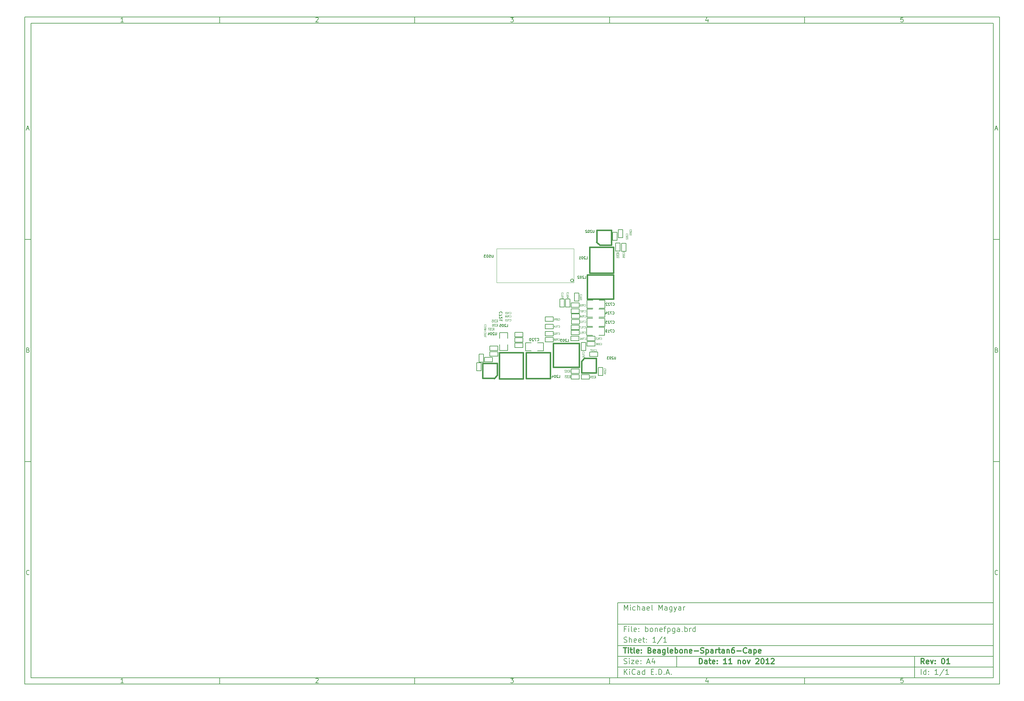
<source format=gbo>
G04 (created by PCBNEW-RS274X (2012-jan-04)-stable) date Sat Nov 10 19:24:45 2012*
G01*
G70*
G90*
%MOIN*%
G04 Gerber Fmt 3.4, Leading zero omitted, Abs format*
%FSLAX34Y34*%
G04 APERTURE LIST*
%ADD10C,0.006000*%
%ADD11C,0.012000*%
%ADD12C,0.003900*%
%ADD13C,0.005000*%
%ADD14C,0.015000*%
%ADD15C,0.005900*%
%ADD16C,0.006900*%
%ADD17C,0.004500*%
G04 APERTURE END LIST*
G54D10*
X04000Y-04000D02*
X113000Y-04000D01*
X113000Y-78670D01*
X04000Y-78670D01*
X04000Y-04000D01*
X04700Y-04700D02*
X112300Y-04700D01*
X112300Y-77970D01*
X04700Y-77970D01*
X04700Y-04700D01*
X25800Y-04000D02*
X25800Y-04700D01*
X15043Y-04552D02*
X14757Y-04552D01*
X14900Y-04552D02*
X14900Y-04052D01*
X14852Y-04124D01*
X14805Y-04171D01*
X14757Y-04195D01*
X25800Y-78670D02*
X25800Y-77970D01*
X15043Y-78522D02*
X14757Y-78522D01*
X14900Y-78522D02*
X14900Y-78022D01*
X14852Y-78094D01*
X14805Y-78141D01*
X14757Y-78165D01*
X47600Y-04000D02*
X47600Y-04700D01*
X36557Y-04100D02*
X36581Y-04076D01*
X36629Y-04052D01*
X36748Y-04052D01*
X36795Y-04076D01*
X36819Y-04100D01*
X36843Y-04148D01*
X36843Y-04195D01*
X36819Y-04267D01*
X36533Y-04552D01*
X36843Y-04552D01*
X47600Y-78670D02*
X47600Y-77970D01*
X36557Y-78070D02*
X36581Y-78046D01*
X36629Y-78022D01*
X36748Y-78022D01*
X36795Y-78046D01*
X36819Y-78070D01*
X36843Y-78118D01*
X36843Y-78165D01*
X36819Y-78237D01*
X36533Y-78522D01*
X36843Y-78522D01*
X69400Y-04000D02*
X69400Y-04700D01*
X58333Y-04052D02*
X58643Y-04052D01*
X58476Y-04243D01*
X58548Y-04243D01*
X58595Y-04267D01*
X58619Y-04290D01*
X58643Y-04338D01*
X58643Y-04457D01*
X58619Y-04505D01*
X58595Y-04529D01*
X58548Y-04552D01*
X58405Y-04552D01*
X58357Y-04529D01*
X58333Y-04505D01*
X69400Y-78670D02*
X69400Y-77970D01*
X58333Y-78022D02*
X58643Y-78022D01*
X58476Y-78213D01*
X58548Y-78213D01*
X58595Y-78237D01*
X58619Y-78260D01*
X58643Y-78308D01*
X58643Y-78427D01*
X58619Y-78475D01*
X58595Y-78499D01*
X58548Y-78522D01*
X58405Y-78522D01*
X58357Y-78499D01*
X58333Y-78475D01*
X91200Y-04000D02*
X91200Y-04700D01*
X80395Y-04219D02*
X80395Y-04552D01*
X80276Y-04029D02*
X80157Y-04386D01*
X80467Y-04386D01*
X91200Y-78670D02*
X91200Y-77970D01*
X80395Y-78189D02*
X80395Y-78522D01*
X80276Y-77999D02*
X80157Y-78356D01*
X80467Y-78356D01*
X102219Y-04052D02*
X101981Y-04052D01*
X101957Y-04290D01*
X101981Y-04267D01*
X102029Y-04243D01*
X102148Y-04243D01*
X102195Y-04267D01*
X102219Y-04290D01*
X102243Y-04338D01*
X102243Y-04457D01*
X102219Y-04505D01*
X102195Y-04529D01*
X102148Y-04552D01*
X102029Y-04552D01*
X101981Y-04529D01*
X101957Y-04505D01*
X102219Y-78022D02*
X101981Y-78022D01*
X101957Y-78260D01*
X101981Y-78237D01*
X102029Y-78213D01*
X102148Y-78213D01*
X102195Y-78237D01*
X102219Y-78260D01*
X102243Y-78308D01*
X102243Y-78427D01*
X102219Y-78475D01*
X102195Y-78499D01*
X102148Y-78522D01*
X102029Y-78522D01*
X101981Y-78499D01*
X101957Y-78475D01*
X04000Y-28890D02*
X04700Y-28890D01*
X04231Y-16510D02*
X04469Y-16510D01*
X04184Y-16652D02*
X04350Y-16152D01*
X04517Y-16652D01*
X113000Y-28890D02*
X112300Y-28890D01*
X112531Y-16510D02*
X112769Y-16510D01*
X112484Y-16652D02*
X112650Y-16152D01*
X112817Y-16652D01*
X04000Y-53780D02*
X04700Y-53780D01*
X04386Y-41280D02*
X04457Y-41304D01*
X04481Y-41328D01*
X04505Y-41376D01*
X04505Y-41447D01*
X04481Y-41495D01*
X04457Y-41519D01*
X04410Y-41542D01*
X04219Y-41542D01*
X04219Y-41042D01*
X04386Y-41042D01*
X04433Y-41066D01*
X04457Y-41090D01*
X04481Y-41138D01*
X04481Y-41185D01*
X04457Y-41233D01*
X04433Y-41257D01*
X04386Y-41280D01*
X04219Y-41280D01*
X113000Y-53780D02*
X112300Y-53780D01*
X112686Y-41280D02*
X112757Y-41304D01*
X112781Y-41328D01*
X112805Y-41376D01*
X112805Y-41447D01*
X112781Y-41495D01*
X112757Y-41519D01*
X112710Y-41542D01*
X112519Y-41542D01*
X112519Y-41042D01*
X112686Y-41042D01*
X112733Y-41066D01*
X112757Y-41090D01*
X112781Y-41138D01*
X112781Y-41185D01*
X112757Y-41233D01*
X112733Y-41257D01*
X112686Y-41280D01*
X112519Y-41280D01*
X04505Y-66385D02*
X04481Y-66409D01*
X04410Y-66432D01*
X04362Y-66432D01*
X04290Y-66409D01*
X04243Y-66361D01*
X04219Y-66313D01*
X04195Y-66218D01*
X04195Y-66147D01*
X04219Y-66051D01*
X04243Y-66004D01*
X04290Y-65956D01*
X04362Y-65932D01*
X04410Y-65932D01*
X04481Y-65956D01*
X04505Y-65980D01*
X112805Y-66385D02*
X112781Y-66409D01*
X112710Y-66432D01*
X112662Y-66432D01*
X112590Y-66409D01*
X112543Y-66361D01*
X112519Y-66313D01*
X112495Y-66218D01*
X112495Y-66147D01*
X112519Y-66051D01*
X112543Y-66004D01*
X112590Y-65956D01*
X112662Y-65932D01*
X112710Y-65932D01*
X112781Y-65956D01*
X112805Y-65980D01*
G54D11*
X79443Y-76413D02*
X79443Y-75813D01*
X79586Y-75813D01*
X79671Y-75841D01*
X79729Y-75899D01*
X79757Y-75956D01*
X79786Y-76070D01*
X79786Y-76156D01*
X79757Y-76270D01*
X79729Y-76327D01*
X79671Y-76384D01*
X79586Y-76413D01*
X79443Y-76413D01*
X80300Y-76413D02*
X80300Y-76099D01*
X80271Y-76041D01*
X80214Y-76013D01*
X80100Y-76013D01*
X80043Y-76041D01*
X80300Y-76384D02*
X80243Y-76413D01*
X80100Y-76413D01*
X80043Y-76384D01*
X80014Y-76327D01*
X80014Y-76270D01*
X80043Y-76213D01*
X80100Y-76184D01*
X80243Y-76184D01*
X80300Y-76156D01*
X80500Y-76013D02*
X80729Y-76013D01*
X80586Y-75813D02*
X80586Y-76327D01*
X80614Y-76384D01*
X80672Y-76413D01*
X80729Y-76413D01*
X81157Y-76384D02*
X81100Y-76413D01*
X80986Y-76413D01*
X80929Y-76384D01*
X80900Y-76327D01*
X80900Y-76099D01*
X80929Y-76041D01*
X80986Y-76013D01*
X81100Y-76013D01*
X81157Y-76041D01*
X81186Y-76099D01*
X81186Y-76156D01*
X80900Y-76213D01*
X81443Y-76356D02*
X81471Y-76384D01*
X81443Y-76413D01*
X81414Y-76384D01*
X81443Y-76356D01*
X81443Y-76413D01*
X81443Y-76041D02*
X81471Y-76070D01*
X81443Y-76099D01*
X81414Y-76070D01*
X81443Y-76041D01*
X81443Y-76099D01*
X82500Y-76413D02*
X82157Y-76413D01*
X82329Y-76413D02*
X82329Y-75813D01*
X82272Y-75899D01*
X82214Y-75956D01*
X82157Y-75984D01*
X83071Y-76413D02*
X82728Y-76413D01*
X82900Y-76413D02*
X82900Y-75813D01*
X82843Y-75899D01*
X82785Y-75956D01*
X82728Y-75984D01*
X83785Y-76013D02*
X83785Y-76413D01*
X83785Y-76070D02*
X83813Y-76041D01*
X83871Y-76013D01*
X83956Y-76013D01*
X84013Y-76041D01*
X84042Y-76099D01*
X84042Y-76413D01*
X84414Y-76413D02*
X84356Y-76384D01*
X84328Y-76356D01*
X84299Y-76299D01*
X84299Y-76127D01*
X84328Y-76070D01*
X84356Y-76041D01*
X84414Y-76013D01*
X84499Y-76013D01*
X84556Y-76041D01*
X84585Y-76070D01*
X84614Y-76127D01*
X84614Y-76299D01*
X84585Y-76356D01*
X84556Y-76384D01*
X84499Y-76413D01*
X84414Y-76413D01*
X84814Y-76013D02*
X84957Y-76413D01*
X85099Y-76013D01*
X85756Y-75870D02*
X85785Y-75841D01*
X85842Y-75813D01*
X85985Y-75813D01*
X86042Y-75841D01*
X86071Y-75870D01*
X86099Y-75927D01*
X86099Y-75984D01*
X86071Y-76070D01*
X85728Y-76413D01*
X86099Y-76413D01*
X86470Y-75813D02*
X86527Y-75813D01*
X86584Y-75841D01*
X86613Y-75870D01*
X86642Y-75927D01*
X86670Y-76041D01*
X86670Y-76184D01*
X86642Y-76299D01*
X86613Y-76356D01*
X86584Y-76384D01*
X86527Y-76413D01*
X86470Y-76413D01*
X86413Y-76384D01*
X86384Y-76356D01*
X86356Y-76299D01*
X86327Y-76184D01*
X86327Y-76041D01*
X86356Y-75927D01*
X86384Y-75870D01*
X86413Y-75841D01*
X86470Y-75813D01*
X87241Y-76413D02*
X86898Y-76413D01*
X87070Y-76413D02*
X87070Y-75813D01*
X87013Y-75899D01*
X86955Y-75956D01*
X86898Y-75984D01*
X87469Y-75870D02*
X87498Y-75841D01*
X87555Y-75813D01*
X87698Y-75813D01*
X87755Y-75841D01*
X87784Y-75870D01*
X87812Y-75927D01*
X87812Y-75984D01*
X87784Y-76070D01*
X87441Y-76413D01*
X87812Y-76413D01*
G54D10*
X71043Y-77613D02*
X71043Y-77013D01*
X71386Y-77613D02*
X71129Y-77270D01*
X71386Y-77013D02*
X71043Y-77356D01*
X71643Y-77613D02*
X71643Y-77213D01*
X71643Y-77013D02*
X71614Y-77041D01*
X71643Y-77070D01*
X71671Y-77041D01*
X71643Y-77013D01*
X71643Y-77070D01*
X72272Y-77556D02*
X72243Y-77584D01*
X72157Y-77613D01*
X72100Y-77613D01*
X72015Y-77584D01*
X71957Y-77527D01*
X71929Y-77470D01*
X71900Y-77356D01*
X71900Y-77270D01*
X71929Y-77156D01*
X71957Y-77099D01*
X72015Y-77041D01*
X72100Y-77013D01*
X72157Y-77013D01*
X72243Y-77041D01*
X72272Y-77070D01*
X72786Y-77613D02*
X72786Y-77299D01*
X72757Y-77241D01*
X72700Y-77213D01*
X72586Y-77213D01*
X72529Y-77241D01*
X72786Y-77584D02*
X72729Y-77613D01*
X72586Y-77613D01*
X72529Y-77584D01*
X72500Y-77527D01*
X72500Y-77470D01*
X72529Y-77413D01*
X72586Y-77384D01*
X72729Y-77384D01*
X72786Y-77356D01*
X73329Y-77613D02*
X73329Y-77013D01*
X73329Y-77584D02*
X73272Y-77613D01*
X73158Y-77613D01*
X73100Y-77584D01*
X73072Y-77556D01*
X73043Y-77499D01*
X73043Y-77327D01*
X73072Y-77270D01*
X73100Y-77241D01*
X73158Y-77213D01*
X73272Y-77213D01*
X73329Y-77241D01*
X74072Y-77299D02*
X74272Y-77299D01*
X74358Y-77613D02*
X74072Y-77613D01*
X74072Y-77013D01*
X74358Y-77013D01*
X74615Y-77556D02*
X74643Y-77584D01*
X74615Y-77613D01*
X74586Y-77584D01*
X74615Y-77556D01*
X74615Y-77613D01*
X74901Y-77613D02*
X74901Y-77013D01*
X75044Y-77013D01*
X75129Y-77041D01*
X75187Y-77099D01*
X75215Y-77156D01*
X75244Y-77270D01*
X75244Y-77356D01*
X75215Y-77470D01*
X75187Y-77527D01*
X75129Y-77584D01*
X75044Y-77613D01*
X74901Y-77613D01*
X75501Y-77556D02*
X75529Y-77584D01*
X75501Y-77613D01*
X75472Y-77584D01*
X75501Y-77556D01*
X75501Y-77613D01*
X75758Y-77441D02*
X76044Y-77441D01*
X75701Y-77613D02*
X75901Y-77013D01*
X76101Y-77613D01*
X76301Y-77556D02*
X76329Y-77584D01*
X76301Y-77613D01*
X76272Y-77584D01*
X76301Y-77556D01*
X76301Y-77613D01*
G54D11*
X104586Y-76413D02*
X104386Y-76127D01*
X104243Y-76413D02*
X104243Y-75813D01*
X104471Y-75813D01*
X104529Y-75841D01*
X104557Y-75870D01*
X104586Y-75927D01*
X104586Y-76013D01*
X104557Y-76070D01*
X104529Y-76099D01*
X104471Y-76127D01*
X104243Y-76127D01*
X105071Y-76384D02*
X105014Y-76413D01*
X104900Y-76413D01*
X104843Y-76384D01*
X104814Y-76327D01*
X104814Y-76099D01*
X104843Y-76041D01*
X104900Y-76013D01*
X105014Y-76013D01*
X105071Y-76041D01*
X105100Y-76099D01*
X105100Y-76156D01*
X104814Y-76213D01*
X105300Y-76013D02*
X105443Y-76413D01*
X105585Y-76013D01*
X105814Y-76356D02*
X105842Y-76384D01*
X105814Y-76413D01*
X105785Y-76384D01*
X105814Y-76356D01*
X105814Y-76413D01*
X105814Y-76041D02*
X105842Y-76070D01*
X105814Y-76099D01*
X105785Y-76070D01*
X105814Y-76041D01*
X105814Y-76099D01*
X106671Y-75813D02*
X106728Y-75813D01*
X106785Y-75841D01*
X106814Y-75870D01*
X106843Y-75927D01*
X106871Y-76041D01*
X106871Y-76184D01*
X106843Y-76299D01*
X106814Y-76356D01*
X106785Y-76384D01*
X106728Y-76413D01*
X106671Y-76413D01*
X106614Y-76384D01*
X106585Y-76356D01*
X106557Y-76299D01*
X106528Y-76184D01*
X106528Y-76041D01*
X106557Y-75927D01*
X106585Y-75870D01*
X106614Y-75841D01*
X106671Y-75813D01*
X107442Y-76413D02*
X107099Y-76413D01*
X107271Y-76413D02*
X107271Y-75813D01*
X107214Y-75899D01*
X107156Y-75956D01*
X107099Y-75984D01*
G54D10*
X71014Y-76384D02*
X71100Y-76413D01*
X71243Y-76413D01*
X71300Y-76384D01*
X71329Y-76356D01*
X71357Y-76299D01*
X71357Y-76241D01*
X71329Y-76184D01*
X71300Y-76156D01*
X71243Y-76127D01*
X71129Y-76099D01*
X71071Y-76070D01*
X71043Y-76041D01*
X71014Y-75984D01*
X71014Y-75927D01*
X71043Y-75870D01*
X71071Y-75841D01*
X71129Y-75813D01*
X71271Y-75813D01*
X71357Y-75841D01*
X71614Y-76413D02*
X71614Y-76013D01*
X71614Y-75813D02*
X71585Y-75841D01*
X71614Y-75870D01*
X71642Y-75841D01*
X71614Y-75813D01*
X71614Y-75870D01*
X71843Y-76013D02*
X72157Y-76013D01*
X71843Y-76413D01*
X72157Y-76413D01*
X72614Y-76384D02*
X72557Y-76413D01*
X72443Y-76413D01*
X72386Y-76384D01*
X72357Y-76327D01*
X72357Y-76099D01*
X72386Y-76041D01*
X72443Y-76013D01*
X72557Y-76013D01*
X72614Y-76041D01*
X72643Y-76099D01*
X72643Y-76156D01*
X72357Y-76213D01*
X72900Y-76356D02*
X72928Y-76384D01*
X72900Y-76413D01*
X72871Y-76384D01*
X72900Y-76356D01*
X72900Y-76413D01*
X72900Y-76041D02*
X72928Y-76070D01*
X72900Y-76099D01*
X72871Y-76070D01*
X72900Y-76041D01*
X72900Y-76099D01*
X73614Y-76241D02*
X73900Y-76241D01*
X73557Y-76413D02*
X73757Y-75813D01*
X73957Y-76413D01*
X74414Y-76013D02*
X74414Y-76413D01*
X74271Y-75784D02*
X74128Y-76213D01*
X74500Y-76213D01*
X104243Y-77613D02*
X104243Y-77013D01*
X104786Y-77613D02*
X104786Y-77013D01*
X104786Y-77584D02*
X104729Y-77613D01*
X104615Y-77613D01*
X104557Y-77584D01*
X104529Y-77556D01*
X104500Y-77499D01*
X104500Y-77327D01*
X104529Y-77270D01*
X104557Y-77241D01*
X104615Y-77213D01*
X104729Y-77213D01*
X104786Y-77241D01*
X105072Y-77556D02*
X105100Y-77584D01*
X105072Y-77613D01*
X105043Y-77584D01*
X105072Y-77556D01*
X105072Y-77613D01*
X105072Y-77241D02*
X105100Y-77270D01*
X105072Y-77299D01*
X105043Y-77270D01*
X105072Y-77241D01*
X105072Y-77299D01*
X106129Y-77613D02*
X105786Y-77613D01*
X105958Y-77613D02*
X105958Y-77013D01*
X105901Y-77099D01*
X105843Y-77156D01*
X105786Y-77184D01*
X106814Y-76984D02*
X106300Y-77756D01*
X107329Y-77613D02*
X106986Y-77613D01*
X107158Y-77613D02*
X107158Y-77013D01*
X107101Y-77099D01*
X107043Y-77156D01*
X106986Y-77184D01*
G54D11*
X70957Y-74613D02*
X71300Y-74613D01*
X71129Y-75213D02*
X71129Y-74613D01*
X71500Y-75213D02*
X71500Y-74813D01*
X71500Y-74613D02*
X71471Y-74641D01*
X71500Y-74670D01*
X71528Y-74641D01*
X71500Y-74613D01*
X71500Y-74670D01*
X71700Y-74813D02*
X71929Y-74813D01*
X71786Y-74613D02*
X71786Y-75127D01*
X71814Y-75184D01*
X71872Y-75213D01*
X71929Y-75213D01*
X72215Y-75213D02*
X72157Y-75184D01*
X72129Y-75127D01*
X72129Y-74613D01*
X72671Y-75184D02*
X72614Y-75213D01*
X72500Y-75213D01*
X72443Y-75184D01*
X72414Y-75127D01*
X72414Y-74899D01*
X72443Y-74841D01*
X72500Y-74813D01*
X72614Y-74813D01*
X72671Y-74841D01*
X72700Y-74899D01*
X72700Y-74956D01*
X72414Y-75013D01*
X72957Y-75156D02*
X72985Y-75184D01*
X72957Y-75213D01*
X72928Y-75184D01*
X72957Y-75156D01*
X72957Y-75213D01*
X72957Y-74841D02*
X72985Y-74870D01*
X72957Y-74899D01*
X72928Y-74870D01*
X72957Y-74841D01*
X72957Y-74899D01*
X73900Y-74899D02*
X73986Y-74927D01*
X74014Y-74956D01*
X74043Y-75013D01*
X74043Y-75099D01*
X74014Y-75156D01*
X73986Y-75184D01*
X73928Y-75213D01*
X73700Y-75213D01*
X73700Y-74613D01*
X73900Y-74613D01*
X73957Y-74641D01*
X73986Y-74670D01*
X74014Y-74727D01*
X74014Y-74784D01*
X73986Y-74841D01*
X73957Y-74870D01*
X73900Y-74899D01*
X73700Y-74899D01*
X74528Y-75184D02*
X74471Y-75213D01*
X74357Y-75213D01*
X74300Y-75184D01*
X74271Y-75127D01*
X74271Y-74899D01*
X74300Y-74841D01*
X74357Y-74813D01*
X74471Y-74813D01*
X74528Y-74841D01*
X74557Y-74899D01*
X74557Y-74956D01*
X74271Y-75013D01*
X75071Y-75213D02*
X75071Y-74899D01*
X75042Y-74841D01*
X74985Y-74813D01*
X74871Y-74813D01*
X74814Y-74841D01*
X75071Y-75184D02*
X75014Y-75213D01*
X74871Y-75213D01*
X74814Y-75184D01*
X74785Y-75127D01*
X74785Y-75070D01*
X74814Y-75013D01*
X74871Y-74984D01*
X75014Y-74984D01*
X75071Y-74956D01*
X75614Y-74813D02*
X75614Y-75299D01*
X75585Y-75356D01*
X75557Y-75384D01*
X75500Y-75413D01*
X75414Y-75413D01*
X75357Y-75384D01*
X75614Y-75184D02*
X75557Y-75213D01*
X75443Y-75213D01*
X75385Y-75184D01*
X75357Y-75156D01*
X75328Y-75099D01*
X75328Y-74927D01*
X75357Y-74870D01*
X75385Y-74841D01*
X75443Y-74813D01*
X75557Y-74813D01*
X75614Y-74841D01*
X75986Y-75213D02*
X75928Y-75184D01*
X75900Y-75127D01*
X75900Y-74613D01*
X76442Y-75184D02*
X76385Y-75213D01*
X76271Y-75213D01*
X76214Y-75184D01*
X76185Y-75127D01*
X76185Y-74899D01*
X76214Y-74841D01*
X76271Y-74813D01*
X76385Y-74813D01*
X76442Y-74841D01*
X76471Y-74899D01*
X76471Y-74956D01*
X76185Y-75013D01*
X76728Y-75213D02*
X76728Y-74613D01*
X76728Y-74841D02*
X76785Y-74813D01*
X76899Y-74813D01*
X76956Y-74841D01*
X76985Y-74870D01*
X77014Y-74927D01*
X77014Y-75099D01*
X76985Y-75156D01*
X76956Y-75184D01*
X76899Y-75213D01*
X76785Y-75213D01*
X76728Y-75184D01*
X77357Y-75213D02*
X77299Y-75184D01*
X77271Y-75156D01*
X77242Y-75099D01*
X77242Y-74927D01*
X77271Y-74870D01*
X77299Y-74841D01*
X77357Y-74813D01*
X77442Y-74813D01*
X77499Y-74841D01*
X77528Y-74870D01*
X77557Y-74927D01*
X77557Y-75099D01*
X77528Y-75156D01*
X77499Y-75184D01*
X77442Y-75213D01*
X77357Y-75213D01*
X77814Y-74813D02*
X77814Y-75213D01*
X77814Y-74870D02*
X77842Y-74841D01*
X77900Y-74813D01*
X77985Y-74813D01*
X78042Y-74841D01*
X78071Y-74899D01*
X78071Y-75213D01*
X78585Y-75184D02*
X78528Y-75213D01*
X78414Y-75213D01*
X78357Y-75184D01*
X78328Y-75127D01*
X78328Y-74899D01*
X78357Y-74841D01*
X78414Y-74813D01*
X78528Y-74813D01*
X78585Y-74841D01*
X78614Y-74899D01*
X78614Y-74956D01*
X78328Y-75013D01*
X78871Y-74984D02*
X79328Y-74984D01*
X79585Y-75184D02*
X79671Y-75213D01*
X79814Y-75213D01*
X79871Y-75184D01*
X79900Y-75156D01*
X79928Y-75099D01*
X79928Y-75041D01*
X79900Y-74984D01*
X79871Y-74956D01*
X79814Y-74927D01*
X79700Y-74899D01*
X79642Y-74870D01*
X79614Y-74841D01*
X79585Y-74784D01*
X79585Y-74727D01*
X79614Y-74670D01*
X79642Y-74641D01*
X79700Y-74613D01*
X79842Y-74613D01*
X79928Y-74641D01*
X80185Y-74813D02*
X80185Y-75413D01*
X80185Y-74841D02*
X80242Y-74813D01*
X80356Y-74813D01*
X80413Y-74841D01*
X80442Y-74870D01*
X80471Y-74927D01*
X80471Y-75099D01*
X80442Y-75156D01*
X80413Y-75184D01*
X80356Y-75213D01*
X80242Y-75213D01*
X80185Y-75184D01*
X80985Y-75213D02*
X80985Y-74899D01*
X80956Y-74841D01*
X80899Y-74813D01*
X80785Y-74813D01*
X80728Y-74841D01*
X80985Y-75184D02*
X80928Y-75213D01*
X80785Y-75213D01*
X80728Y-75184D01*
X80699Y-75127D01*
X80699Y-75070D01*
X80728Y-75013D01*
X80785Y-74984D01*
X80928Y-74984D01*
X80985Y-74956D01*
X81271Y-75213D02*
X81271Y-74813D01*
X81271Y-74927D02*
X81299Y-74870D01*
X81328Y-74841D01*
X81385Y-74813D01*
X81442Y-74813D01*
X81556Y-74813D02*
X81785Y-74813D01*
X81642Y-74613D02*
X81642Y-75127D01*
X81670Y-75184D01*
X81728Y-75213D01*
X81785Y-75213D01*
X82242Y-75213D02*
X82242Y-74899D01*
X82213Y-74841D01*
X82156Y-74813D01*
X82042Y-74813D01*
X81985Y-74841D01*
X82242Y-75184D02*
X82185Y-75213D01*
X82042Y-75213D01*
X81985Y-75184D01*
X81956Y-75127D01*
X81956Y-75070D01*
X81985Y-75013D01*
X82042Y-74984D01*
X82185Y-74984D01*
X82242Y-74956D01*
X82528Y-74813D02*
X82528Y-75213D01*
X82528Y-74870D02*
X82556Y-74841D01*
X82614Y-74813D01*
X82699Y-74813D01*
X82756Y-74841D01*
X82785Y-74899D01*
X82785Y-75213D01*
X83328Y-74613D02*
X83214Y-74613D01*
X83157Y-74641D01*
X83128Y-74670D01*
X83071Y-74756D01*
X83042Y-74870D01*
X83042Y-75099D01*
X83071Y-75156D01*
X83099Y-75184D01*
X83157Y-75213D01*
X83271Y-75213D01*
X83328Y-75184D01*
X83357Y-75156D01*
X83385Y-75099D01*
X83385Y-74956D01*
X83357Y-74899D01*
X83328Y-74870D01*
X83271Y-74841D01*
X83157Y-74841D01*
X83099Y-74870D01*
X83071Y-74899D01*
X83042Y-74956D01*
X83642Y-74984D02*
X84099Y-74984D01*
X84728Y-75156D02*
X84699Y-75184D01*
X84613Y-75213D01*
X84556Y-75213D01*
X84471Y-75184D01*
X84413Y-75127D01*
X84385Y-75070D01*
X84356Y-74956D01*
X84356Y-74870D01*
X84385Y-74756D01*
X84413Y-74699D01*
X84471Y-74641D01*
X84556Y-74613D01*
X84613Y-74613D01*
X84699Y-74641D01*
X84728Y-74670D01*
X85242Y-75213D02*
X85242Y-74899D01*
X85213Y-74841D01*
X85156Y-74813D01*
X85042Y-74813D01*
X84985Y-74841D01*
X85242Y-75184D02*
X85185Y-75213D01*
X85042Y-75213D01*
X84985Y-75184D01*
X84956Y-75127D01*
X84956Y-75070D01*
X84985Y-75013D01*
X85042Y-74984D01*
X85185Y-74984D01*
X85242Y-74956D01*
X85528Y-74813D02*
X85528Y-75413D01*
X85528Y-74841D02*
X85585Y-74813D01*
X85699Y-74813D01*
X85756Y-74841D01*
X85785Y-74870D01*
X85814Y-74927D01*
X85814Y-75099D01*
X85785Y-75156D01*
X85756Y-75184D01*
X85699Y-75213D01*
X85585Y-75213D01*
X85528Y-75184D01*
X86299Y-75184D02*
X86242Y-75213D01*
X86128Y-75213D01*
X86071Y-75184D01*
X86042Y-75127D01*
X86042Y-74899D01*
X86071Y-74841D01*
X86128Y-74813D01*
X86242Y-74813D01*
X86299Y-74841D01*
X86328Y-74899D01*
X86328Y-74956D01*
X86042Y-75013D01*
G54D10*
X71243Y-72499D02*
X71043Y-72499D01*
X71043Y-72813D02*
X71043Y-72213D01*
X71329Y-72213D01*
X71557Y-72813D02*
X71557Y-72413D01*
X71557Y-72213D02*
X71528Y-72241D01*
X71557Y-72270D01*
X71585Y-72241D01*
X71557Y-72213D01*
X71557Y-72270D01*
X71929Y-72813D02*
X71871Y-72784D01*
X71843Y-72727D01*
X71843Y-72213D01*
X72385Y-72784D02*
X72328Y-72813D01*
X72214Y-72813D01*
X72157Y-72784D01*
X72128Y-72727D01*
X72128Y-72499D01*
X72157Y-72441D01*
X72214Y-72413D01*
X72328Y-72413D01*
X72385Y-72441D01*
X72414Y-72499D01*
X72414Y-72556D01*
X72128Y-72613D01*
X72671Y-72756D02*
X72699Y-72784D01*
X72671Y-72813D01*
X72642Y-72784D01*
X72671Y-72756D01*
X72671Y-72813D01*
X72671Y-72441D02*
X72699Y-72470D01*
X72671Y-72499D01*
X72642Y-72470D01*
X72671Y-72441D01*
X72671Y-72499D01*
X73414Y-72813D02*
X73414Y-72213D01*
X73414Y-72441D02*
X73471Y-72413D01*
X73585Y-72413D01*
X73642Y-72441D01*
X73671Y-72470D01*
X73700Y-72527D01*
X73700Y-72699D01*
X73671Y-72756D01*
X73642Y-72784D01*
X73585Y-72813D01*
X73471Y-72813D01*
X73414Y-72784D01*
X74043Y-72813D02*
X73985Y-72784D01*
X73957Y-72756D01*
X73928Y-72699D01*
X73928Y-72527D01*
X73957Y-72470D01*
X73985Y-72441D01*
X74043Y-72413D01*
X74128Y-72413D01*
X74185Y-72441D01*
X74214Y-72470D01*
X74243Y-72527D01*
X74243Y-72699D01*
X74214Y-72756D01*
X74185Y-72784D01*
X74128Y-72813D01*
X74043Y-72813D01*
X74500Y-72413D02*
X74500Y-72813D01*
X74500Y-72470D02*
X74528Y-72441D01*
X74586Y-72413D01*
X74671Y-72413D01*
X74728Y-72441D01*
X74757Y-72499D01*
X74757Y-72813D01*
X75271Y-72784D02*
X75214Y-72813D01*
X75100Y-72813D01*
X75043Y-72784D01*
X75014Y-72727D01*
X75014Y-72499D01*
X75043Y-72441D01*
X75100Y-72413D01*
X75214Y-72413D01*
X75271Y-72441D01*
X75300Y-72499D01*
X75300Y-72556D01*
X75014Y-72613D01*
X75471Y-72413D02*
X75700Y-72413D01*
X75557Y-72813D02*
X75557Y-72299D01*
X75585Y-72241D01*
X75643Y-72213D01*
X75700Y-72213D01*
X75900Y-72413D02*
X75900Y-73013D01*
X75900Y-72441D02*
X75957Y-72413D01*
X76071Y-72413D01*
X76128Y-72441D01*
X76157Y-72470D01*
X76186Y-72527D01*
X76186Y-72699D01*
X76157Y-72756D01*
X76128Y-72784D01*
X76071Y-72813D01*
X75957Y-72813D01*
X75900Y-72784D01*
X76700Y-72413D02*
X76700Y-72899D01*
X76671Y-72956D01*
X76643Y-72984D01*
X76586Y-73013D01*
X76500Y-73013D01*
X76443Y-72984D01*
X76700Y-72784D02*
X76643Y-72813D01*
X76529Y-72813D01*
X76471Y-72784D01*
X76443Y-72756D01*
X76414Y-72699D01*
X76414Y-72527D01*
X76443Y-72470D01*
X76471Y-72441D01*
X76529Y-72413D01*
X76643Y-72413D01*
X76700Y-72441D01*
X77243Y-72813D02*
X77243Y-72499D01*
X77214Y-72441D01*
X77157Y-72413D01*
X77043Y-72413D01*
X76986Y-72441D01*
X77243Y-72784D02*
X77186Y-72813D01*
X77043Y-72813D01*
X76986Y-72784D01*
X76957Y-72727D01*
X76957Y-72670D01*
X76986Y-72613D01*
X77043Y-72584D01*
X77186Y-72584D01*
X77243Y-72556D01*
X77529Y-72756D02*
X77557Y-72784D01*
X77529Y-72813D01*
X77500Y-72784D01*
X77529Y-72756D01*
X77529Y-72813D01*
X77815Y-72813D02*
X77815Y-72213D01*
X77815Y-72441D02*
X77872Y-72413D01*
X77986Y-72413D01*
X78043Y-72441D01*
X78072Y-72470D01*
X78101Y-72527D01*
X78101Y-72699D01*
X78072Y-72756D01*
X78043Y-72784D01*
X77986Y-72813D01*
X77872Y-72813D01*
X77815Y-72784D01*
X78358Y-72813D02*
X78358Y-72413D01*
X78358Y-72527D02*
X78386Y-72470D01*
X78415Y-72441D01*
X78472Y-72413D01*
X78529Y-72413D01*
X78986Y-72813D02*
X78986Y-72213D01*
X78986Y-72784D02*
X78929Y-72813D01*
X78815Y-72813D01*
X78757Y-72784D01*
X78729Y-72756D01*
X78700Y-72699D01*
X78700Y-72527D01*
X78729Y-72470D01*
X78757Y-72441D01*
X78815Y-72413D01*
X78929Y-72413D01*
X78986Y-72441D01*
X71014Y-73984D02*
X71100Y-74013D01*
X71243Y-74013D01*
X71300Y-73984D01*
X71329Y-73956D01*
X71357Y-73899D01*
X71357Y-73841D01*
X71329Y-73784D01*
X71300Y-73756D01*
X71243Y-73727D01*
X71129Y-73699D01*
X71071Y-73670D01*
X71043Y-73641D01*
X71014Y-73584D01*
X71014Y-73527D01*
X71043Y-73470D01*
X71071Y-73441D01*
X71129Y-73413D01*
X71271Y-73413D01*
X71357Y-73441D01*
X71614Y-74013D02*
X71614Y-73413D01*
X71871Y-74013D02*
X71871Y-73699D01*
X71842Y-73641D01*
X71785Y-73613D01*
X71700Y-73613D01*
X71642Y-73641D01*
X71614Y-73670D01*
X72385Y-73984D02*
X72328Y-74013D01*
X72214Y-74013D01*
X72157Y-73984D01*
X72128Y-73927D01*
X72128Y-73699D01*
X72157Y-73641D01*
X72214Y-73613D01*
X72328Y-73613D01*
X72385Y-73641D01*
X72414Y-73699D01*
X72414Y-73756D01*
X72128Y-73813D01*
X72899Y-73984D02*
X72842Y-74013D01*
X72728Y-74013D01*
X72671Y-73984D01*
X72642Y-73927D01*
X72642Y-73699D01*
X72671Y-73641D01*
X72728Y-73613D01*
X72842Y-73613D01*
X72899Y-73641D01*
X72928Y-73699D01*
X72928Y-73756D01*
X72642Y-73813D01*
X73099Y-73613D02*
X73328Y-73613D01*
X73185Y-73413D02*
X73185Y-73927D01*
X73213Y-73984D01*
X73271Y-74013D01*
X73328Y-74013D01*
X73528Y-73956D02*
X73556Y-73984D01*
X73528Y-74013D01*
X73499Y-73984D01*
X73528Y-73956D01*
X73528Y-74013D01*
X73528Y-73641D02*
X73556Y-73670D01*
X73528Y-73699D01*
X73499Y-73670D01*
X73528Y-73641D01*
X73528Y-73699D01*
X74585Y-74013D02*
X74242Y-74013D01*
X74414Y-74013D02*
X74414Y-73413D01*
X74357Y-73499D01*
X74299Y-73556D01*
X74242Y-73584D01*
X75270Y-73384D02*
X74756Y-74156D01*
X75785Y-74013D02*
X75442Y-74013D01*
X75614Y-74013D02*
X75614Y-73413D01*
X75557Y-73499D01*
X75499Y-73556D01*
X75442Y-73584D01*
X71043Y-70413D02*
X71043Y-69813D01*
X71243Y-70241D01*
X71443Y-69813D01*
X71443Y-70413D01*
X71729Y-70413D02*
X71729Y-70013D01*
X71729Y-69813D02*
X71700Y-69841D01*
X71729Y-69870D01*
X71757Y-69841D01*
X71729Y-69813D01*
X71729Y-69870D01*
X72272Y-70384D02*
X72215Y-70413D01*
X72101Y-70413D01*
X72043Y-70384D01*
X72015Y-70356D01*
X71986Y-70299D01*
X71986Y-70127D01*
X72015Y-70070D01*
X72043Y-70041D01*
X72101Y-70013D01*
X72215Y-70013D01*
X72272Y-70041D01*
X72529Y-70413D02*
X72529Y-69813D01*
X72786Y-70413D02*
X72786Y-70099D01*
X72757Y-70041D01*
X72700Y-70013D01*
X72615Y-70013D01*
X72557Y-70041D01*
X72529Y-70070D01*
X73329Y-70413D02*
X73329Y-70099D01*
X73300Y-70041D01*
X73243Y-70013D01*
X73129Y-70013D01*
X73072Y-70041D01*
X73329Y-70384D02*
X73272Y-70413D01*
X73129Y-70413D01*
X73072Y-70384D01*
X73043Y-70327D01*
X73043Y-70270D01*
X73072Y-70213D01*
X73129Y-70184D01*
X73272Y-70184D01*
X73329Y-70156D01*
X73843Y-70384D02*
X73786Y-70413D01*
X73672Y-70413D01*
X73615Y-70384D01*
X73586Y-70327D01*
X73586Y-70099D01*
X73615Y-70041D01*
X73672Y-70013D01*
X73786Y-70013D01*
X73843Y-70041D01*
X73872Y-70099D01*
X73872Y-70156D01*
X73586Y-70213D01*
X74215Y-70413D02*
X74157Y-70384D01*
X74129Y-70327D01*
X74129Y-69813D01*
X74900Y-70413D02*
X74900Y-69813D01*
X75100Y-70241D01*
X75300Y-69813D01*
X75300Y-70413D01*
X75843Y-70413D02*
X75843Y-70099D01*
X75814Y-70041D01*
X75757Y-70013D01*
X75643Y-70013D01*
X75586Y-70041D01*
X75843Y-70384D02*
X75786Y-70413D01*
X75643Y-70413D01*
X75586Y-70384D01*
X75557Y-70327D01*
X75557Y-70270D01*
X75586Y-70213D01*
X75643Y-70184D01*
X75786Y-70184D01*
X75843Y-70156D01*
X76386Y-70013D02*
X76386Y-70499D01*
X76357Y-70556D01*
X76329Y-70584D01*
X76272Y-70613D01*
X76186Y-70613D01*
X76129Y-70584D01*
X76386Y-70384D02*
X76329Y-70413D01*
X76215Y-70413D01*
X76157Y-70384D01*
X76129Y-70356D01*
X76100Y-70299D01*
X76100Y-70127D01*
X76129Y-70070D01*
X76157Y-70041D01*
X76215Y-70013D01*
X76329Y-70013D01*
X76386Y-70041D01*
X76615Y-70013D02*
X76758Y-70413D01*
X76900Y-70013D02*
X76758Y-70413D01*
X76700Y-70556D01*
X76672Y-70584D01*
X76615Y-70613D01*
X77386Y-70413D02*
X77386Y-70099D01*
X77357Y-70041D01*
X77300Y-70013D01*
X77186Y-70013D01*
X77129Y-70041D01*
X77386Y-70384D02*
X77329Y-70413D01*
X77186Y-70413D01*
X77129Y-70384D01*
X77100Y-70327D01*
X77100Y-70270D01*
X77129Y-70213D01*
X77186Y-70184D01*
X77329Y-70184D01*
X77386Y-70156D01*
X77672Y-70413D02*
X77672Y-70013D01*
X77672Y-70127D02*
X77700Y-70070D01*
X77729Y-70041D01*
X77786Y-70013D01*
X77843Y-70013D01*
X70300Y-69570D02*
X70300Y-77970D01*
X70300Y-71970D02*
X112300Y-71970D01*
X70300Y-69570D02*
X112300Y-69570D01*
X70300Y-74370D02*
X112300Y-74370D01*
X103500Y-75570D02*
X103500Y-77970D01*
X70300Y-76770D02*
X112300Y-76770D01*
X70300Y-75570D02*
X112300Y-75570D01*
X76900Y-75570D02*
X76900Y-76770D01*
G54D12*
X56791Y-31378D02*
X56791Y-29921D01*
X60295Y-29921D02*
X56791Y-29921D01*
X65413Y-30295D02*
X65413Y-29921D01*
X59823Y-33740D02*
X56791Y-33740D01*
X65413Y-31398D02*
X65413Y-30295D01*
X60295Y-33740D02*
X59823Y-33740D01*
X65413Y-29921D02*
X60295Y-29921D01*
X56791Y-31379D02*
X56791Y-33741D01*
X60295Y-33740D02*
X65413Y-33740D01*
X65413Y-33740D02*
X65413Y-31378D01*
G54D13*
X65370Y-33487D02*
X65366Y-33518D01*
X65357Y-33547D01*
X65343Y-33575D01*
X65323Y-33599D01*
X65299Y-33619D01*
X65272Y-33634D01*
X65242Y-33643D01*
X65211Y-33646D01*
X65181Y-33644D01*
X65151Y-33635D01*
X65123Y-33620D01*
X65099Y-33601D01*
X65078Y-33577D01*
X65063Y-33550D01*
X65054Y-33520D01*
X65051Y-33489D01*
X65053Y-33459D01*
X65062Y-33429D01*
X65076Y-33401D01*
X65095Y-33376D01*
X65119Y-33356D01*
X65146Y-33341D01*
X65176Y-33331D01*
X65207Y-33328D01*
X65237Y-33330D01*
X65267Y-33338D01*
X65295Y-33352D01*
X65320Y-33372D01*
X65340Y-33395D01*
X65356Y-33422D01*
X65366Y-33452D01*
X65369Y-33483D01*
X65370Y-33487D01*
G54D14*
X66271Y-43839D02*
X67826Y-43839D01*
X67924Y-43839D02*
X67924Y-42186D01*
X67826Y-42186D02*
X66606Y-42186D01*
X66606Y-42166D02*
X66271Y-42520D01*
X66271Y-42520D02*
X66271Y-43839D01*
G54D13*
X57997Y-41335D02*
X57097Y-41335D01*
X57097Y-41335D02*
X57097Y-40685D01*
X57997Y-39985D02*
X57997Y-39335D01*
X57997Y-39335D02*
X57097Y-39335D01*
X57097Y-39335D02*
X57097Y-39985D01*
X57997Y-40685D02*
X57997Y-41335D01*
X66890Y-36600D02*
X66890Y-35700D01*
X66890Y-35700D02*
X67540Y-35700D01*
X68240Y-36600D02*
X68890Y-36600D01*
X68890Y-36600D02*
X68890Y-35700D01*
X68890Y-35700D02*
X68240Y-35700D01*
X67540Y-36600D02*
X66890Y-36600D01*
X66874Y-38623D02*
X66874Y-37723D01*
X66874Y-37723D02*
X67524Y-37723D01*
X68224Y-38623D02*
X68874Y-38623D01*
X68874Y-38623D02*
X68874Y-37723D01*
X68874Y-37723D02*
X68224Y-37723D01*
X67524Y-38623D02*
X66874Y-38623D01*
X66846Y-39647D02*
X66846Y-38747D01*
X66846Y-38747D02*
X67496Y-38747D01*
X68196Y-39647D02*
X68846Y-39647D01*
X68846Y-39647D02*
X68846Y-38747D01*
X68846Y-38747D02*
X68196Y-38747D01*
X67496Y-39647D02*
X66846Y-39647D01*
X62004Y-40471D02*
X62004Y-41371D01*
X62004Y-41371D02*
X61354Y-41371D01*
X60654Y-40471D02*
X60004Y-40471D01*
X60004Y-40471D02*
X60004Y-41371D01*
X60004Y-41371D02*
X60654Y-41371D01*
X61354Y-40471D02*
X62004Y-40471D01*
X66874Y-37604D02*
X66874Y-36704D01*
X66874Y-36704D02*
X67524Y-36704D01*
X68224Y-37604D02*
X68874Y-37604D01*
X68874Y-37604D02*
X68874Y-36704D01*
X68874Y-36704D02*
X68224Y-36704D01*
X67524Y-37604D02*
X66874Y-37604D01*
X56296Y-42108D02*
X55396Y-42108D01*
X55396Y-42108D02*
X55396Y-42608D01*
X55396Y-42608D02*
X56296Y-42608D01*
X56296Y-42608D02*
X56296Y-42108D01*
X56911Y-41478D02*
X56011Y-41478D01*
X56011Y-41478D02*
X56011Y-41978D01*
X56011Y-41978D02*
X56911Y-41978D01*
X56911Y-41978D02*
X56911Y-41478D01*
X66231Y-44545D02*
X67131Y-44545D01*
X67131Y-44545D02*
X67131Y-44045D01*
X67131Y-44045D02*
X66231Y-44045D01*
X66231Y-44045D02*
X66231Y-44545D01*
X65101Y-44541D02*
X66001Y-44541D01*
X66001Y-44541D02*
X66001Y-44041D01*
X66001Y-44041D02*
X65101Y-44041D01*
X65101Y-44041D02*
X65101Y-44541D01*
X66021Y-43400D02*
X65121Y-43400D01*
X65121Y-43400D02*
X65121Y-43900D01*
X65121Y-43900D02*
X66021Y-43900D01*
X66021Y-43900D02*
X66021Y-43400D01*
X56007Y-41348D02*
X56907Y-41348D01*
X56907Y-41348D02*
X56907Y-40848D01*
X56907Y-40848D02*
X56007Y-40848D01*
X56007Y-40848D02*
X56007Y-41348D01*
X70069Y-29310D02*
X70069Y-30210D01*
X70069Y-30210D02*
X70569Y-30210D01*
X70569Y-30210D02*
X70569Y-29310D01*
X70569Y-29310D02*
X70069Y-29310D01*
X62219Y-38085D02*
X63119Y-38085D01*
X63119Y-38085D02*
X63119Y-37585D01*
X63119Y-37585D02*
X62219Y-37585D01*
X62219Y-37585D02*
X62219Y-38085D01*
X55317Y-42643D02*
X55317Y-41743D01*
X55317Y-41743D02*
X54817Y-41743D01*
X54817Y-41743D02*
X54817Y-42643D01*
X54817Y-42643D02*
X55317Y-42643D01*
X68064Y-41506D02*
X67164Y-41506D01*
X67164Y-41506D02*
X67164Y-42006D01*
X67164Y-42006D02*
X68064Y-42006D01*
X68064Y-42006D02*
X68064Y-41506D01*
X66869Y-40844D02*
X67769Y-40844D01*
X67769Y-40844D02*
X67769Y-40344D01*
X67769Y-40344D02*
X66869Y-40344D01*
X66869Y-40344D02*
X66869Y-40844D01*
X71238Y-30222D02*
X71238Y-29322D01*
X71238Y-29322D02*
X70738Y-29322D01*
X70738Y-29322D02*
X70738Y-30222D01*
X70738Y-30222D02*
X71238Y-30222D01*
X68148Y-43235D02*
X68148Y-44135D01*
X68148Y-44135D02*
X68648Y-44135D01*
X68648Y-44135D02*
X68648Y-43235D01*
X68648Y-43235D02*
X68148Y-43235D01*
X70392Y-27810D02*
X70392Y-28710D01*
X70392Y-28710D02*
X70892Y-28710D01*
X70892Y-28710D02*
X70892Y-27810D01*
X70892Y-27810D02*
X70392Y-27810D01*
X69754Y-28097D02*
X69754Y-28997D01*
X69754Y-28997D02*
X70254Y-28997D01*
X70254Y-28997D02*
X70254Y-28097D01*
X70254Y-28097D02*
X69754Y-28097D01*
X63848Y-35585D02*
X63848Y-36485D01*
X63848Y-36485D02*
X64348Y-36485D01*
X64348Y-36485D02*
X64348Y-35585D01*
X64348Y-35585D02*
X63848Y-35585D01*
X66044Y-37250D02*
X65144Y-37250D01*
X65144Y-37250D02*
X65144Y-37750D01*
X65144Y-37750D02*
X66044Y-37750D01*
X66044Y-37750D02*
X66044Y-37250D01*
X66017Y-38494D02*
X65117Y-38494D01*
X65117Y-38494D02*
X65117Y-38994D01*
X65117Y-38994D02*
X66017Y-38994D01*
X66017Y-38994D02*
X66017Y-38494D01*
X66246Y-40440D02*
X66246Y-41340D01*
X66246Y-41340D02*
X66746Y-41340D01*
X66746Y-41340D02*
X66746Y-40440D01*
X66746Y-40440D02*
X66246Y-40440D01*
X58826Y-40990D02*
X59726Y-40990D01*
X59726Y-40990D02*
X59726Y-40490D01*
X59726Y-40490D02*
X58826Y-40490D01*
X58826Y-40490D02*
X58826Y-40990D01*
X62200Y-38904D02*
X63100Y-38904D01*
X63100Y-38904D02*
X63100Y-38404D01*
X63100Y-38404D02*
X62200Y-38404D01*
X62200Y-38404D02*
X62200Y-38904D01*
X66029Y-37880D02*
X65129Y-37880D01*
X65129Y-37880D02*
X65129Y-38380D01*
X65129Y-38380D02*
X66029Y-38380D01*
X66029Y-38380D02*
X66029Y-37880D01*
X66001Y-39081D02*
X65101Y-39081D01*
X65101Y-39081D02*
X65101Y-39581D01*
X65101Y-39581D02*
X66001Y-39581D01*
X66001Y-39581D02*
X66001Y-39081D01*
X58826Y-40396D02*
X59726Y-40396D01*
X59726Y-40396D02*
X59726Y-39896D01*
X59726Y-39896D02*
X58826Y-39896D01*
X58826Y-39896D02*
X58826Y-40396D01*
X62196Y-40352D02*
X63096Y-40352D01*
X63096Y-40352D02*
X63096Y-39852D01*
X63096Y-39852D02*
X62196Y-39852D01*
X62196Y-39852D02*
X62196Y-40352D01*
X66017Y-36652D02*
X65117Y-36652D01*
X65117Y-36652D02*
X65117Y-37152D01*
X65117Y-37152D02*
X66017Y-37152D01*
X66017Y-37152D02*
X66017Y-36652D01*
X65985Y-39738D02*
X65085Y-39738D01*
X65085Y-39738D02*
X65085Y-40238D01*
X65085Y-40238D02*
X65985Y-40238D01*
X65985Y-40238D02*
X65985Y-39738D01*
X66001Y-36006D02*
X65101Y-36006D01*
X65101Y-36006D02*
X65101Y-36506D01*
X65101Y-36506D02*
X66001Y-36506D01*
X66001Y-36506D02*
X66001Y-36006D01*
X64478Y-35578D02*
X64478Y-36478D01*
X64478Y-36478D02*
X64978Y-36478D01*
X64978Y-36478D02*
X64978Y-35578D01*
X64978Y-35578D02*
X64478Y-35578D01*
X58822Y-39809D02*
X59722Y-39809D01*
X59722Y-39809D02*
X59722Y-39309D01*
X59722Y-39309D02*
X58822Y-39309D01*
X58822Y-39309D02*
X58822Y-39809D01*
X62204Y-39699D02*
X63104Y-39699D01*
X63104Y-39699D02*
X63104Y-39199D01*
X63104Y-39199D02*
X62204Y-39199D01*
X62204Y-39199D02*
X62204Y-39699D01*
X65986Y-35812D02*
X65986Y-34912D01*
X65986Y-34912D02*
X65486Y-34912D01*
X65486Y-34912D02*
X65486Y-35812D01*
X65486Y-35812D02*
X65986Y-35812D01*
G54D14*
X60086Y-41559D02*
X60086Y-44472D01*
X60086Y-44472D02*
X62764Y-44472D01*
X62764Y-44472D02*
X62764Y-41559D01*
X62764Y-41559D02*
X60126Y-41559D01*
X66023Y-40519D02*
X63110Y-40519D01*
X63110Y-40519D02*
X63110Y-43197D01*
X63110Y-43197D02*
X66023Y-43197D01*
X66023Y-43197D02*
X66023Y-40559D01*
X67161Y-29768D02*
X67161Y-32681D01*
X67161Y-32681D02*
X69839Y-32681D01*
X69839Y-32681D02*
X69839Y-29768D01*
X69839Y-29768D02*
X67201Y-29768D01*
X66918Y-35559D02*
X69831Y-35559D01*
X69831Y-35559D02*
X69831Y-32881D01*
X69831Y-32881D02*
X66918Y-32881D01*
X66918Y-32881D02*
X66918Y-35519D01*
G54D13*
X66869Y-40238D02*
X67769Y-40238D01*
X67769Y-40238D02*
X67769Y-39738D01*
X67769Y-39738D02*
X66869Y-39738D01*
X66869Y-39738D02*
X66869Y-40238D01*
X55045Y-43615D02*
X55045Y-42715D01*
X55045Y-42715D02*
X54545Y-42715D01*
X54545Y-42715D02*
X54545Y-43615D01*
X54545Y-43615D02*
X55045Y-43615D01*
G54D14*
X59748Y-44496D02*
X59748Y-41583D01*
X59748Y-41583D02*
X57070Y-41583D01*
X57070Y-41583D02*
X57070Y-44496D01*
X57070Y-44496D02*
X59708Y-44496D01*
X69614Y-29532D02*
X69614Y-27977D01*
X69614Y-27879D02*
X67961Y-27879D01*
X67961Y-27977D02*
X67961Y-29197D01*
X67941Y-29197D02*
X68295Y-29532D01*
X68295Y-29532D02*
X69614Y-29532D01*
X56851Y-42779D02*
X55296Y-42779D01*
X55198Y-42779D02*
X55198Y-44432D01*
X55296Y-44432D02*
X56516Y-44432D01*
X56516Y-44452D02*
X56851Y-44098D01*
X56851Y-44098D02*
X56851Y-42779D01*
G54D15*
X56396Y-30619D02*
X56396Y-30858D01*
X56382Y-30886D01*
X56368Y-30900D01*
X56340Y-30914D01*
X56283Y-30914D01*
X56255Y-30900D01*
X56241Y-30886D01*
X56227Y-30858D01*
X56227Y-30619D01*
X55946Y-30619D02*
X56087Y-30619D01*
X56101Y-30759D01*
X56087Y-30745D01*
X56059Y-30731D01*
X55988Y-30731D01*
X55960Y-30745D01*
X55946Y-30759D01*
X55932Y-30787D01*
X55932Y-30858D01*
X55946Y-30886D01*
X55960Y-30900D01*
X55988Y-30914D01*
X56059Y-30914D01*
X56087Y-30900D01*
X56101Y-30886D01*
X55750Y-30619D02*
X55721Y-30619D01*
X55693Y-30633D01*
X55679Y-30647D01*
X55665Y-30675D01*
X55651Y-30731D01*
X55651Y-30802D01*
X55665Y-30858D01*
X55679Y-30886D01*
X55693Y-30900D01*
X55721Y-30914D01*
X55750Y-30914D01*
X55778Y-30900D01*
X55792Y-30886D01*
X55806Y-30858D01*
X55820Y-30802D01*
X55820Y-30731D01*
X55806Y-30675D01*
X55792Y-30647D01*
X55778Y-30633D01*
X55750Y-30619D01*
X55553Y-30619D02*
X55370Y-30619D01*
X55469Y-30731D01*
X55426Y-30731D01*
X55398Y-30745D01*
X55384Y-30759D01*
X55370Y-30787D01*
X55370Y-30858D01*
X55384Y-30886D01*
X55398Y-30900D01*
X55426Y-30914D01*
X55511Y-30914D01*
X55539Y-30900D01*
X55553Y-30886D01*
G54D16*
X70091Y-42025D02*
X70091Y-42248D01*
X70078Y-42274D01*
X70065Y-42288D01*
X70039Y-42301D01*
X69986Y-42301D01*
X69960Y-42288D01*
X69947Y-42274D01*
X69934Y-42248D01*
X69934Y-42025D01*
X69815Y-42051D02*
X69802Y-42038D01*
X69776Y-42025D01*
X69710Y-42025D01*
X69684Y-42038D01*
X69671Y-42051D01*
X69658Y-42077D01*
X69658Y-42104D01*
X69671Y-42143D01*
X69829Y-42301D01*
X69658Y-42301D01*
X69487Y-42025D02*
X69460Y-42025D01*
X69434Y-42038D01*
X69421Y-42051D01*
X69408Y-42077D01*
X69395Y-42130D01*
X69395Y-42196D01*
X69408Y-42248D01*
X69421Y-42274D01*
X69434Y-42288D01*
X69460Y-42301D01*
X69487Y-42301D01*
X69513Y-42288D01*
X69526Y-42274D01*
X69539Y-42248D01*
X69552Y-42196D01*
X69552Y-42130D01*
X69539Y-42077D01*
X69526Y-42051D01*
X69513Y-42038D01*
X69487Y-42025D01*
X69303Y-42025D02*
X69132Y-42025D01*
X69224Y-42130D01*
X69184Y-42130D01*
X69158Y-42143D01*
X69145Y-42156D01*
X69132Y-42182D01*
X69132Y-42248D01*
X69145Y-42274D01*
X69158Y-42288D01*
X69184Y-42301D01*
X69263Y-42301D01*
X69289Y-42288D01*
X69303Y-42274D01*
G54D13*
X57361Y-37176D02*
X57375Y-37162D01*
X57389Y-37119D01*
X57389Y-37090D01*
X57375Y-37047D01*
X57347Y-37019D01*
X57318Y-37004D01*
X57261Y-36990D01*
X57218Y-36990D01*
X57161Y-37004D01*
X57132Y-37019D01*
X57104Y-37047D01*
X57089Y-37090D01*
X57089Y-37119D01*
X57104Y-37162D01*
X57118Y-37176D01*
X57089Y-37276D02*
X57089Y-37476D01*
X57389Y-37347D01*
X57118Y-37576D02*
X57104Y-37590D01*
X57089Y-37619D01*
X57089Y-37690D01*
X57104Y-37719D01*
X57118Y-37733D01*
X57147Y-37748D01*
X57175Y-37748D01*
X57218Y-37733D01*
X57389Y-37562D01*
X57389Y-37748D01*
X57389Y-38034D02*
X57389Y-37862D01*
X57389Y-37948D02*
X57089Y-37948D01*
X57132Y-37919D01*
X57161Y-37891D01*
X57175Y-37862D01*
X69774Y-36266D02*
X69787Y-36280D01*
X69826Y-36293D01*
X69852Y-36293D01*
X69892Y-36280D01*
X69918Y-36253D01*
X69931Y-36227D01*
X69944Y-36174D01*
X69944Y-36135D01*
X69931Y-36082D01*
X69918Y-36056D01*
X69892Y-36030D01*
X69852Y-36017D01*
X69826Y-36017D01*
X69787Y-36030D01*
X69774Y-36043D01*
X69682Y-36017D02*
X69498Y-36017D01*
X69616Y-36293D01*
X69405Y-36043D02*
X69392Y-36030D01*
X69366Y-36017D01*
X69300Y-36017D01*
X69274Y-36030D01*
X69261Y-36043D01*
X69248Y-36069D01*
X69248Y-36096D01*
X69261Y-36135D01*
X69419Y-36293D01*
X69248Y-36293D01*
X69142Y-36043D02*
X69129Y-36030D01*
X69103Y-36017D01*
X69037Y-36017D01*
X69011Y-36030D01*
X68998Y-36043D01*
X68985Y-36069D01*
X68985Y-36096D01*
X68998Y-36135D01*
X69156Y-36293D01*
X68985Y-36293D01*
X69758Y-38274D02*
X69771Y-38288D01*
X69810Y-38301D01*
X69836Y-38301D01*
X69876Y-38288D01*
X69902Y-38261D01*
X69915Y-38235D01*
X69928Y-38182D01*
X69928Y-38143D01*
X69915Y-38090D01*
X69902Y-38064D01*
X69876Y-38038D01*
X69836Y-38025D01*
X69810Y-38025D01*
X69771Y-38038D01*
X69758Y-38051D01*
X69666Y-38025D02*
X69482Y-38025D01*
X69600Y-38301D01*
X69389Y-38051D02*
X69376Y-38038D01*
X69350Y-38025D01*
X69284Y-38025D01*
X69258Y-38038D01*
X69245Y-38051D01*
X69232Y-38077D01*
X69232Y-38104D01*
X69245Y-38143D01*
X69403Y-38301D01*
X69232Y-38301D01*
X69140Y-38025D02*
X68969Y-38025D01*
X69061Y-38130D01*
X69021Y-38130D01*
X68995Y-38143D01*
X68982Y-38156D01*
X68969Y-38182D01*
X68969Y-38248D01*
X68982Y-38274D01*
X68995Y-38288D01*
X69021Y-38301D01*
X69100Y-38301D01*
X69126Y-38288D01*
X69140Y-38274D01*
X69758Y-39266D02*
X69771Y-39280D01*
X69810Y-39293D01*
X69836Y-39293D01*
X69876Y-39280D01*
X69902Y-39253D01*
X69915Y-39227D01*
X69928Y-39174D01*
X69928Y-39135D01*
X69915Y-39082D01*
X69902Y-39056D01*
X69876Y-39030D01*
X69836Y-39017D01*
X69810Y-39017D01*
X69771Y-39030D01*
X69758Y-39043D01*
X69666Y-39017D02*
X69482Y-39017D01*
X69600Y-39293D01*
X69232Y-39293D02*
X69389Y-39293D01*
X69311Y-39293D02*
X69311Y-39017D01*
X69337Y-39056D01*
X69363Y-39082D01*
X69389Y-39096D01*
X69100Y-39293D02*
X69048Y-39293D01*
X69021Y-39280D01*
X69008Y-39266D01*
X68982Y-39227D01*
X68969Y-39174D01*
X68969Y-39069D01*
X68982Y-39043D01*
X68995Y-39030D01*
X69021Y-39017D01*
X69074Y-39017D01*
X69100Y-39030D01*
X69113Y-39043D01*
X69126Y-39069D01*
X69126Y-39135D01*
X69113Y-39161D01*
X69100Y-39174D01*
X69074Y-39188D01*
X69021Y-39188D01*
X68995Y-39174D01*
X68982Y-39161D01*
X68969Y-39135D01*
X61305Y-40235D02*
X61319Y-40249D01*
X61362Y-40263D01*
X61391Y-40263D01*
X61434Y-40249D01*
X61462Y-40221D01*
X61477Y-40192D01*
X61491Y-40135D01*
X61491Y-40092D01*
X61477Y-40035D01*
X61462Y-40006D01*
X61434Y-39978D01*
X61391Y-39963D01*
X61362Y-39963D01*
X61319Y-39978D01*
X61305Y-39992D01*
X61205Y-39963D02*
X61005Y-39963D01*
X61134Y-40263D01*
X60905Y-39992D02*
X60891Y-39978D01*
X60862Y-39963D01*
X60791Y-39963D01*
X60762Y-39978D01*
X60748Y-39992D01*
X60733Y-40021D01*
X60733Y-40049D01*
X60748Y-40092D01*
X60919Y-40263D01*
X60733Y-40263D01*
X60547Y-39963D02*
X60519Y-39963D01*
X60490Y-39978D01*
X60476Y-39992D01*
X60462Y-40021D01*
X60447Y-40078D01*
X60447Y-40149D01*
X60462Y-40206D01*
X60476Y-40235D01*
X60490Y-40249D01*
X60519Y-40263D01*
X60547Y-40263D01*
X60576Y-40249D01*
X60590Y-40235D01*
X60605Y-40206D01*
X60619Y-40149D01*
X60619Y-40078D01*
X60605Y-40021D01*
X60590Y-39992D01*
X60576Y-39978D01*
X60547Y-39963D01*
X69742Y-37239D02*
X69755Y-37253D01*
X69794Y-37266D01*
X69820Y-37266D01*
X69860Y-37253D01*
X69886Y-37226D01*
X69899Y-37200D01*
X69912Y-37147D01*
X69912Y-37108D01*
X69899Y-37055D01*
X69886Y-37029D01*
X69860Y-37003D01*
X69820Y-36990D01*
X69794Y-36990D01*
X69755Y-37003D01*
X69742Y-37016D01*
X69650Y-36990D02*
X69466Y-36990D01*
X69584Y-37266D01*
X69373Y-37016D02*
X69360Y-37003D01*
X69334Y-36990D01*
X69268Y-36990D01*
X69242Y-37003D01*
X69229Y-37016D01*
X69216Y-37042D01*
X69216Y-37069D01*
X69229Y-37108D01*
X69387Y-37266D01*
X69216Y-37266D01*
X68979Y-37082D02*
X68979Y-37266D01*
X69045Y-36977D02*
X69110Y-37174D01*
X68940Y-37174D01*
G54D17*
X56365Y-39074D02*
X56425Y-38941D01*
X56468Y-39074D02*
X56468Y-38794D01*
X56400Y-38794D01*
X56382Y-38808D01*
X56374Y-38821D01*
X56365Y-38848D01*
X56365Y-38888D01*
X56374Y-38914D01*
X56382Y-38928D01*
X56400Y-38941D01*
X56468Y-38941D01*
X56297Y-38821D02*
X56288Y-38808D01*
X56271Y-38794D01*
X56228Y-38794D01*
X56211Y-38808D01*
X56202Y-38821D01*
X56194Y-38848D01*
X56194Y-38874D01*
X56202Y-38914D01*
X56305Y-39074D01*
X56194Y-39074D01*
X56083Y-38794D02*
X56066Y-38794D01*
X56049Y-38808D01*
X56040Y-38821D01*
X56031Y-38848D01*
X56023Y-38901D01*
X56023Y-38968D01*
X56031Y-39021D01*
X56040Y-39048D01*
X56049Y-39061D01*
X56066Y-39074D01*
X56083Y-39074D01*
X56100Y-39061D01*
X56109Y-39048D01*
X56117Y-39021D01*
X56126Y-38968D01*
X56126Y-38901D01*
X56117Y-38848D01*
X56109Y-38821D01*
X56100Y-38808D01*
X56083Y-38794D01*
X55963Y-38794D02*
X55843Y-38794D01*
X55920Y-39074D01*
X56783Y-38637D02*
X56843Y-38504D01*
X56886Y-38637D02*
X56886Y-38357D01*
X56818Y-38357D01*
X56800Y-38371D01*
X56792Y-38384D01*
X56783Y-38411D01*
X56783Y-38451D01*
X56792Y-38477D01*
X56800Y-38491D01*
X56818Y-38504D01*
X56886Y-38504D01*
X56715Y-38384D02*
X56706Y-38371D01*
X56689Y-38357D01*
X56646Y-38357D01*
X56629Y-38371D01*
X56620Y-38384D01*
X56612Y-38411D01*
X56612Y-38437D01*
X56620Y-38477D01*
X56723Y-38637D01*
X56612Y-38637D01*
X56501Y-38357D02*
X56484Y-38357D01*
X56467Y-38371D01*
X56458Y-38384D01*
X56449Y-38411D01*
X56441Y-38464D01*
X56441Y-38531D01*
X56449Y-38584D01*
X56458Y-38611D01*
X56467Y-38624D01*
X56484Y-38637D01*
X56501Y-38637D01*
X56518Y-38624D01*
X56527Y-38611D01*
X56535Y-38584D01*
X56544Y-38531D01*
X56544Y-38464D01*
X56535Y-38411D01*
X56527Y-38384D01*
X56518Y-38371D01*
X56501Y-38357D01*
X56287Y-38357D02*
X56321Y-38357D01*
X56338Y-38371D01*
X56347Y-38384D01*
X56364Y-38424D01*
X56373Y-38477D01*
X56373Y-38584D01*
X56364Y-38611D01*
X56356Y-38624D01*
X56338Y-38637D01*
X56304Y-38637D01*
X56287Y-38624D01*
X56278Y-38611D01*
X56270Y-38584D01*
X56270Y-38517D01*
X56278Y-38491D01*
X56287Y-38477D01*
X56304Y-38464D01*
X56338Y-38464D01*
X56356Y-38477D01*
X56364Y-38491D01*
X56373Y-38517D01*
X67735Y-44436D02*
X67795Y-44303D01*
X67838Y-44436D02*
X67838Y-44156D01*
X67770Y-44156D01*
X67752Y-44170D01*
X67744Y-44183D01*
X67735Y-44210D01*
X67735Y-44250D01*
X67744Y-44276D01*
X67752Y-44290D01*
X67770Y-44303D01*
X67838Y-44303D01*
X67667Y-44183D02*
X67658Y-44170D01*
X67641Y-44156D01*
X67598Y-44156D01*
X67581Y-44170D01*
X67572Y-44183D01*
X67564Y-44210D01*
X67564Y-44236D01*
X67572Y-44276D01*
X67675Y-44436D01*
X67564Y-44436D01*
X67453Y-44156D02*
X67436Y-44156D01*
X67419Y-44170D01*
X67410Y-44183D01*
X67401Y-44210D01*
X67393Y-44263D01*
X67393Y-44330D01*
X67401Y-44383D01*
X67410Y-44410D01*
X67419Y-44423D01*
X67436Y-44436D01*
X67453Y-44436D01*
X67470Y-44423D01*
X67479Y-44410D01*
X67487Y-44383D01*
X67496Y-44330D01*
X67496Y-44263D01*
X67487Y-44210D01*
X67479Y-44183D01*
X67470Y-44170D01*
X67453Y-44156D01*
X67239Y-44250D02*
X67239Y-44436D01*
X67282Y-44143D02*
X67325Y-44343D01*
X67213Y-44343D01*
X64917Y-44396D02*
X64977Y-44263D01*
X65020Y-44396D02*
X65020Y-44116D01*
X64952Y-44116D01*
X64934Y-44130D01*
X64926Y-44143D01*
X64917Y-44170D01*
X64917Y-44210D01*
X64926Y-44236D01*
X64934Y-44250D01*
X64952Y-44263D01*
X65020Y-44263D01*
X64849Y-44143D02*
X64840Y-44130D01*
X64823Y-44116D01*
X64780Y-44116D01*
X64763Y-44130D01*
X64754Y-44143D01*
X64746Y-44170D01*
X64746Y-44196D01*
X64754Y-44236D01*
X64857Y-44396D01*
X64746Y-44396D01*
X64635Y-44116D02*
X64618Y-44116D01*
X64601Y-44130D01*
X64592Y-44143D01*
X64583Y-44170D01*
X64575Y-44223D01*
X64575Y-44290D01*
X64583Y-44343D01*
X64592Y-44370D01*
X64601Y-44383D01*
X64618Y-44396D01*
X64635Y-44396D01*
X64652Y-44383D01*
X64661Y-44370D01*
X64669Y-44343D01*
X64678Y-44290D01*
X64678Y-44223D01*
X64669Y-44170D01*
X64661Y-44143D01*
X64652Y-44130D01*
X64635Y-44116D01*
X64515Y-44116D02*
X64404Y-44116D01*
X64464Y-44223D01*
X64438Y-44223D01*
X64421Y-44236D01*
X64412Y-44250D01*
X64404Y-44276D01*
X64404Y-44343D01*
X64412Y-44370D01*
X64421Y-44383D01*
X64438Y-44396D01*
X64490Y-44396D01*
X64507Y-44383D01*
X64515Y-44370D01*
X64881Y-43778D02*
X64941Y-43645D01*
X64984Y-43778D02*
X64984Y-43498D01*
X64916Y-43498D01*
X64898Y-43512D01*
X64890Y-43525D01*
X64881Y-43552D01*
X64881Y-43592D01*
X64890Y-43618D01*
X64898Y-43632D01*
X64916Y-43645D01*
X64984Y-43645D01*
X64813Y-43525D02*
X64804Y-43512D01*
X64787Y-43498D01*
X64744Y-43498D01*
X64727Y-43512D01*
X64718Y-43525D01*
X64710Y-43552D01*
X64710Y-43578D01*
X64718Y-43618D01*
X64821Y-43778D01*
X64710Y-43778D01*
X64599Y-43498D02*
X64582Y-43498D01*
X64565Y-43512D01*
X64556Y-43525D01*
X64547Y-43552D01*
X64539Y-43605D01*
X64539Y-43672D01*
X64547Y-43725D01*
X64556Y-43752D01*
X64565Y-43765D01*
X64582Y-43778D01*
X64599Y-43778D01*
X64616Y-43765D01*
X64625Y-43752D01*
X64633Y-43725D01*
X64642Y-43672D01*
X64642Y-43605D01*
X64633Y-43552D01*
X64625Y-43525D01*
X64616Y-43512D01*
X64599Y-43498D01*
X64471Y-43525D02*
X64462Y-43512D01*
X64445Y-43498D01*
X64402Y-43498D01*
X64385Y-43512D01*
X64376Y-43525D01*
X64368Y-43552D01*
X64368Y-43578D01*
X64376Y-43618D01*
X64479Y-43778D01*
X64368Y-43778D01*
X56763Y-38152D02*
X56823Y-38019D01*
X56866Y-38152D02*
X56866Y-37872D01*
X56798Y-37872D01*
X56780Y-37886D01*
X56772Y-37899D01*
X56763Y-37926D01*
X56763Y-37966D01*
X56772Y-37992D01*
X56780Y-38006D01*
X56798Y-38019D01*
X56866Y-38019D01*
X56695Y-37899D02*
X56686Y-37886D01*
X56669Y-37872D01*
X56626Y-37872D01*
X56609Y-37886D01*
X56600Y-37899D01*
X56592Y-37926D01*
X56592Y-37952D01*
X56600Y-37992D01*
X56703Y-38152D01*
X56592Y-38152D01*
X56481Y-37872D02*
X56464Y-37872D01*
X56447Y-37886D01*
X56438Y-37899D01*
X56429Y-37926D01*
X56421Y-37979D01*
X56421Y-38046D01*
X56429Y-38099D01*
X56438Y-38126D01*
X56447Y-38139D01*
X56464Y-38152D01*
X56481Y-38152D01*
X56498Y-38139D01*
X56507Y-38126D01*
X56515Y-38099D01*
X56524Y-38046D01*
X56524Y-37979D01*
X56515Y-37926D01*
X56507Y-37899D01*
X56498Y-37886D01*
X56481Y-37872D01*
X56258Y-37872D02*
X56344Y-37872D01*
X56353Y-38006D01*
X56344Y-37992D01*
X56327Y-37979D01*
X56284Y-37979D01*
X56267Y-37992D01*
X56258Y-38006D01*
X56250Y-38032D01*
X56250Y-38099D01*
X56258Y-38126D01*
X56267Y-38139D01*
X56284Y-38152D01*
X56327Y-38152D01*
X56344Y-38139D01*
X56353Y-38126D01*
X70452Y-30469D02*
X70319Y-30409D01*
X70452Y-30366D02*
X70172Y-30366D01*
X70172Y-30434D01*
X70186Y-30452D01*
X70199Y-30460D01*
X70226Y-30469D01*
X70266Y-30469D01*
X70292Y-30460D01*
X70306Y-30452D01*
X70319Y-30434D01*
X70319Y-30366D01*
X70199Y-30537D02*
X70186Y-30546D01*
X70172Y-30563D01*
X70172Y-30606D01*
X70186Y-30623D01*
X70199Y-30632D01*
X70226Y-30640D01*
X70252Y-30640D01*
X70292Y-30632D01*
X70452Y-30529D01*
X70452Y-30640D01*
X70172Y-30751D02*
X70172Y-30768D01*
X70186Y-30785D01*
X70199Y-30794D01*
X70226Y-30803D01*
X70279Y-30811D01*
X70346Y-30811D01*
X70399Y-30803D01*
X70426Y-30794D01*
X70439Y-30785D01*
X70452Y-30768D01*
X70452Y-30751D01*
X70439Y-30734D01*
X70426Y-30725D01*
X70399Y-30717D01*
X70346Y-30708D01*
X70279Y-30708D01*
X70226Y-30717D01*
X70199Y-30725D01*
X70186Y-30734D01*
X70172Y-30751D01*
X70452Y-30982D02*
X70452Y-30879D01*
X70452Y-30931D02*
X70172Y-30931D01*
X70212Y-30914D01*
X70239Y-30896D01*
X70252Y-30879D01*
X63720Y-37924D02*
X63729Y-37933D01*
X63755Y-37943D01*
X63772Y-37943D01*
X63797Y-37933D01*
X63815Y-37914D01*
X63823Y-37895D01*
X63832Y-37857D01*
X63832Y-37829D01*
X63823Y-37791D01*
X63815Y-37772D01*
X63797Y-37752D01*
X63772Y-37743D01*
X63755Y-37743D01*
X63729Y-37752D01*
X63720Y-37762D01*
X63652Y-37762D02*
X63643Y-37752D01*
X63626Y-37743D01*
X63583Y-37743D01*
X63566Y-37752D01*
X63557Y-37762D01*
X63549Y-37781D01*
X63549Y-37800D01*
X63557Y-37829D01*
X63660Y-37943D01*
X63549Y-37943D01*
X63438Y-37743D02*
X63421Y-37743D01*
X63404Y-37752D01*
X63395Y-37762D01*
X63386Y-37781D01*
X63378Y-37819D01*
X63378Y-37867D01*
X63386Y-37905D01*
X63395Y-37924D01*
X63404Y-37933D01*
X63421Y-37943D01*
X63438Y-37943D01*
X63455Y-37933D01*
X63464Y-37924D01*
X63472Y-37905D01*
X63481Y-37867D01*
X63481Y-37819D01*
X63472Y-37781D01*
X63464Y-37762D01*
X63455Y-37752D01*
X63438Y-37743D01*
X63293Y-37943D02*
X63258Y-37943D01*
X63241Y-37933D01*
X63233Y-37924D01*
X63215Y-37895D01*
X63207Y-37857D01*
X63207Y-37781D01*
X63215Y-37762D01*
X63224Y-37752D01*
X63241Y-37743D01*
X63275Y-37743D01*
X63293Y-37752D01*
X63301Y-37762D01*
X63310Y-37781D01*
X63310Y-37829D01*
X63301Y-37848D01*
X63293Y-37857D01*
X63275Y-37867D01*
X63241Y-37867D01*
X63224Y-37857D01*
X63215Y-37848D01*
X63207Y-37829D01*
X55570Y-38540D02*
X55579Y-38531D01*
X55589Y-38505D01*
X55589Y-38488D01*
X55579Y-38463D01*
X55560Y-38445D01*
X55541Y-38437D01*
X55503Y-38428D01*
X55475Y-38428D01*
X55437Y-38437D01*
X55418Y-38445D01*
X55398Y-38463D01*
X55389Y-38488D01*
X55389Y-38505D01*
X55398Y-38531D01*
X55408Y-38540D01*
X55408Y-38608D02*
X55398Y-38617D01*
X55389Y-38634D01*
X55389Y-38677D01*
X55398Y-38694D01*
X55408Y-38703D01*
X55427Y-38711D01*
X55446Y-38711D01*
X55475Y-38703D01*
X55589Y-38600D01*
X55589Y-38711D01*
X55389Y-38822D02*
X55389Y-38839D01*
X55398Y-38856D01*
X55408Y-38865D01*
X55427Y-38874D01*
X55465Y-38882D01*
X55513Y-38882D01*
X55551Y-38874D01*
X55570Y-38865D01*
X55579Y-38856D01*
X55589Y-38839D01*
X55589Y-38822D01*
X55579Y-38805D01*
X55570Y-38796D01*
X55551Y-38788D01*
X55513Y-38779D01*
X55465Y-38779D01*
X55427Y-38788D01*
X55408Y-38796D01*
X55398Y-38805D01*
X55389Y-38822D01*
X55475Y-38985D02*
X55465Y-38967D01*
X55456Y-38959D01*
X55437Y-38950D01*
X55427Y-38950D01*
X55408Y-38959D01*
X55398Y-38967D01*
X55389Y-38985D01*
X55389Y-39019D01*
X55398Y-39036D01*
X55408Y-39045D01*
X55427Y-39053D01*
X55437Y-39053D01*
X55456Y-39045D01*
X55465Y-39036D01*
X55475Y-39019D01*
X55475Y-38985D01*
X55484Y-38967D01*
X55494Y-38959D01*
X55513Y-38950D01*
X55551Y-38950D01*
X55570Y-38959D01*
X55579Y-38967D01*
X55589Y-38985D01*
X55589Y-39019D01*
X55579Y-39036D01*
X55570Y-39045D01*
X55551Y-39053D01*
X55513Y-39053D01*
X55494Y-39045D01*
X55484Y-39036D01*
X55475Y-39019D01*
X67806Y-41397D02*
X67815Y-41406D01*
X67841Y-41416D01*
X67858Y-41416D01*
X67883Y-41406D01*
X67901Y-41387D01*
X67909Y-41368D01*
X67918Y-41330D01*
X67918Y-41302D01*
X67909Y-41264D01*
X67901Y-41245D01*
X67883Y-41225D01*
X67858Y-41216D01*
X67841Y-41216D01*
X67815Y-41225D01*
X67806Y-41235D01*
X67738Y-41235D02*
X67729Y-41225D01*
X67712Y-41216D01*
X67669Y-41216D01*
X67652Y-41225D01*
X67643Y-41235D01*
X67635Y-41254D01*
X67635Y-41273D01*
X67643Y-41302D01*
X67746Y-41416D01*
X67635Y-41416D01*
X67524Y-41216D02*
X67507Y-41216D01*
X67490Y-41225D01*
X67481Y-41235D01*
X67472Y-41254D01*
X67464Y-41292D01*
X67464Y-41340D01*
X67472Y-41378D01*
X67481Y-41397D01*
X67490Y-41406D01*
X67507Y-41416D01*
X67524Y-41416D01*
X67541Y-41406D01*
X67550Y-41397D01*
X67558Y-41378D01*
X67567Y-41340D01*
X67567Y-41292D01*
X67558Y-41254D01*
X67550Y-41235D01*
X67541Y-41225D01*
X67524Y-41216D01*
X67404Y-41216D02*
X67284Y-41216D01*
X67361Y-41416D01*
X68409Y-40676D02*
X68418Y-40685D01*
X68444Y-40695D01*
X68461Y-40695D01*
X68486Y-40685D01*
X68504Y-40666D01*
X68512Y-40647D01*
X68521Y-40609D01*
X68521Y-40581D01*
X68512Y-40543D01*
X68504Y-40524D01*
X68486Y-40504D01*
X68461Y-40495D01*
X68444Y-40495D01*
X68418Y-40504D01*
X68409Y-40514D01*
X68341Y-40514D02*
X68332Y-40504D01*
X68315Y-40495D01*
X68272Y-40495D01*
X68255Y-40504D01*
X68246Y-40514D01*
X68238Y-40533D01*
X68238Y-40552D01*
X68246Y-40581D01*
X68349Y-40695D01*
X68238Y-40695D01*
X68127Y-40495D02*
X68110Y-40495D01*
X68093Y-40504D01*
X68084Y-40514D01*
X68075Y-40533D01*
X68067Y-40571D01*
X68067Y-40619D01*
X68075Y-40657D01*
X68084Y-40676D01*
X68093Y-40685D01*
X68110Y-40695D01*
X68127Y-40695D01*
X68144Y-40685D01*
X68153Y-40676D01*
X68161Y-40657D01*
X68170Y-40619D01*
X68170Y-40571D01*
X68161Y-40533D01*
X68153Y-40514D01*
X68144Y-40504D01*
X68127Y-40495D01*
X67913Y-40495D02*
X67947Y-40495D01*
X67964Y-40504D01*
X67973Y-40514D01*
X67990Y-40543D01*
X67999Y-40581D01*
X67999Y-40657D01*
X67990Y-40676D01*
X67982Y-40685D01*
X67964Y-40695D01*
X67930Y-40695D01*
X67913Y-40685D01*
X67904Y-40676D01*
X67896Y-40657D01*
X67896Y-40609D01*
X67904Y-40590D01*
X67913Y-40581D01*
X67930Y-40571D01*
X67964Y-40571D01*
X67982Y-40581D01*
X67990Y-40590D01*
X67999Y-40609D01*
X71062Y-30418D02*
X71071Y-30409D01*
X71081Y-30383D01*
X71081Y-30366D01*
X71071Y-30341D01*
X71052Y-30323D01*
X71033Y-30315D01*
X70995Y-30306D01*
X70967Y-30306D01*
X70929Y-30315D01*
X70910Y-30323D01*
X70890Y-30341D01*
X70881Y-30366D01*
X70881Y-30383D01*
X70890Y-30409D01*
X70900Y-30418D01*
X70900Y-30486D02*
X70890Y-30495D01*
X70881Y-30512D01*
X70881Y-30555D01*
X70890Y-30572D01*
X70900Y-30581D01*
X70919Y-30589D01*
X70938Y-30589D01*
X70967Y-30581D01*
X71081Y-30478D01*
X71081Y-30589D01*
X70881Y-30700D02*
X70881Y-30717D01*
X70890Y-30734D01*
X70900Y-30743D01*
X70919Y-30752D01*
X70957Y-30760D01*
X71005Y-30760D01*
X71043Y-30752D01*
X71062Y-30743D01*
X71071Y-30734D01*
X71081Y-30717D01*
X71081Y-30700D01*
X71071Y-30683D01*
X71062Y-30674D01*
X71043Y-30666D01*
X71005Y-30657D01*
X70957Y-30657D01*
X70919Y-30666D01*
X70900Y-30674D01*
X70890Y-30683D01*
X70881Y-30700D01*
X70881Y-30923D02*
X70881Y-30837D01*
X70976Y-30828D01*
X70967Y-30837D01*
X70957Y-30854D01*
X70957Y-30897D01*
X70967Y-30914D01*
X70976Y-30923D01*
X70995Y-30931D01*
X71043Y-30931D01*
X71062Y-30923D01*
X71071Y-30914D01*
X71081Y-30897D01*
X71081Y-30854D01*
X71071Y-30837D01*
X71062Y-30828D01*
X68944Y-43454D02*
X68953Y-43445D01*
X68963Y-43419D01*
X68963Y-43402D01*
X68953Y-43377D01*
X68934Y-43359D01*
X68915Y-43351D01*
X68877Y-43342D01*
X68849Y-43342D01*
X68811Y-43351D01*
X68792Y-43359D01*
X68772Y-43377D01*
X68763Y-43402D01*
X68763Y-43419D01*
X68772Y-43445D01*
X68782Y-43454D01*
X68782Y-43522D02*
X68772Y-43531D01*
X68763Y-43548D01*
X68763Y-43591D01*
X68772Y-43608D01*
X68782Y-43617D01*
X68801Y-43625D01*
X68820Y-43625D01*
X68849Y-43617D01*
X68963Y-43514D01*
X68963Y-43625D01*
X68763Y-43736D02*
X68763Y-43753D01*
X68772Y-43770D01*
X68782Y-43779D01*
X68801Y-43788D01*
X68839Y-43796D01*
X68887Y-43796D01*
X68925Y-43788D01*
X68944Y-43779D01*
X68953Y-43770D01*
X68963Y-43753D01*
X68963Y-43736D01*
X68953Y-43719D01*
X68944Y-43710D01*
X68925Y-43702D01*
X68887Y-43693D01*
X68839Y-43693D01*
X68801Y-43702D01*
X68782Y-43710D01*
X68772Y-43719D01*
X68763Y-43736D01*
X68830Y-43950D02*
X68963Y-43950D01*
X68753Y-43907D02*
X68896Y-43864D01*
X68896Y-43976D01*
X71834Y-27891D02*
X71843Y-27882D01*
X71853Y-27856D01*
X71853Y-27839D01*
X71843Y-27814D01*
X71824Y-27796D01*
X71805Y-27788D01*
X71767Y-27779D01*
X71739Y-27779D01*
X71701Y-27788D01*
X71682Y-27796D01*
X71662Y-27814D01*
X71653Y-27839D01*
X71653Y-27856D01*
X71662Y-27882D01*
X71672Y-27891D01*
X71672Y-27959D02*
X71662Y-27968D01*
X71653Y-27985D01*
X71653Y-28028D01*
X71662Y-28045D01*
X71672Y-28054D01*
X71691Y-28062D01*
X71710Y-28062D01*
X71739Y-28054D01*
X71853Y-27951D01*
X71853Y-28062D01*
X71653Y-28173D02*
X71653Y-28190D01*
X71662Y-28207D01*
X71672Y-28216D01*
X71691Y-28225D01*
X71729Y-28233D01*
X71777Y-28233D01*
X71815Y-28225D01*
X71834Y-28216D01*
X71843Y-28207D01*
X71853Y-28190D01*
X71853Y-28173D01*
X71843Y-28156D01*
X71834Y-28147D01*
X71815Y-28139D01*
X71777Y-28130D01*
X71729Y-28130D01*
X71691Y-28139D01*
X71672Y-28147D01*
X71662Y-28156D01*
X71653Y-28173D01*
X71653Y-28293D02*
X71653Y-28404D01*
X71729Y-28344D01*
X71729Y-28370D01*
X71739Y-28387D01*
X71748Y-28396D01*
X71767Y-28404D01*
X71815Y-28404D01*
X71834Y-28396D01*
X71843Y-28387D01*
X71853Y-28370D01*
X71853Y-28318D01*
X71843Y-28301D01*
X71834Y-28293D01*
X71412Y-28359D02*
X71421Y-28350D01*
X71431Y-28324D01*
X71431Y-28307D01*
X71421Y-28282D01*
X71402Y-28264D01*
X71383Y-28256D01*
X71345Y-28247D01*
X71317Y-28247D01*
X71279Y-28256D01*
X71260Y-28264D01*
X71240Y-28282D01*
X71231Y-28307D01*
X71231Y-28324D01*
X71240Y-28350D01*
X71250Y-28359D01*
X71250Y-28427D02*
X71240Y-28436D01*
X71231Y-28453D01*
X71231Y-28496D01*
X71240Y-28513D01*
X71250Y-28522D01*
X71269Y-28530D01*
X71288Y-28530D01*
X71317Y-28522D01*
X71431Y-28419D01*
X71431Y-28530D01*
X71231Y-28641D02*
X71231Y-28658D01*
X71240Y-28675D01*
X71250Y-28684D01*
X71269Y-28693D01*
X71307Y-28701D01*
X71355Y-28701D01*
X71393Y-28693D01*
X71412Y-28684D01*
X71421Y-28675D01*
X71431Y-28658D01*
X71431Y-28641D01*
X71421Y-28624D01*
X71412Y-28615D01*
X71393Y-28607D01*
X71355Y-28598D01*
X71307Y-28598D01*
X71269Y-28607D01*
X71250Y-28615D01*
X71240Y-28624D01*
X71231Y-28641D01*
X71250Y-28769D02*
X71240Y-28778D01*
X71231Y-28795D01*
X71231Y-28838D01*
X71240Y-28855D01*
X71250Y-28864D01*
X71269Y-28872D01*
X71288Y-28872D01*
X71317Y-28864D01*
X71431Y-28761D01*
X71431Y-28872D01*
X64204Y-34969D02*
X64213Y-34960D01*
X64223Y-34934D01*
X64223Y-34917D01*
X64213Y-34892D01*
X64194Y-34874D01*
X64175Y-34866D01*
X64137Y-34857D01*
X64109Y-34857D01*
X64071Y-34866D01*
X64052Y-34874D01*
X64032Y-34892D01*
X64023Y-34917D01*
X64023Y-34934D01*
X64032Y-34960D01*
X64042Y-34969D01*
X64023Y-35029D02*
X64023Y-35149D01*
X64223Y-35072D01*
X64223Y-35311D02*
X64223Y-35208D01*
X64223Y-35260D02*
X64023Y-35260D01*
X64052Y-35243D01*
X64071Y-35225D01*
X64080Y-35208D01*
X64023Y-35422D02*
X64023Y-35439D01*
X64032Y-35456D01*
X64042Y-35465D01*
X64061Y-35474D01*
X64099Y-35482D01*
X64147Y-35482D01*
X64185Y-35474D01*
X64204Y-35465D01*
X64213Y-35456D01*
X64223Y-35439D01*
X64223Y-35422D01*
X64213Y-35405D01*
X64204Y-35396D01*
X64185Y-35388D01*
X64147Y-35379D01*
X64099Y-35379D01*
X64061Y-35388D01*
X64042Y-35396D01*
X64032Y-35405D01*
X64023Y-35422D01*
X66637Y-37597D02*
X66646Y-37606D01*
X66672Y-37616D01*
X66689Y-37616D01*
X66714Y-37606D01*
X66732Y-37587D01*
X66740Y-37568D01*
X66749Y-37530D01*
X66749Y-37502D01*
X66740Y-37464D01*
X66732Y-37445D01*
X66714Y-37425D01*
X66689Y-37416D01*
X66672Y-37416D01*
X66646Y-37425D01*
X66637Y-37435D01*
X66577Y-37416D02*
X66457Y-37416D01*
X66534Y-37616D01*
X66295Y-37616D02*
X66398Y-37616D01*
X66346Y-37616D02*
X66346Y-37416D01*
X66363Y-37445D01*
X66381Y-37464D01*
X66398Y-37473D01*
X66192Y-37502D02*
X66210Y-37492D01*
X66218Y-37483D01*
X66227Y-37464D01*
X66227Y-37454D01*
X66218Y-37435D01*
X66210Y-37425D01*
X66192Y-37416D01*
X66158Y-37416D01*
X66141Y-37425D01*
X66132Y-37435D01*
X66124Y-37454D01*
X66124Y-37464D01*
X66132Y-37483D01*
X66141Y-37492D01*
X66158Y-37502D01*
X66192Y-37502D01*
X66210Y-37511D01*
X66218Y-37521D01*
X66227Y-37540D01*
X66227Y-37578D01*
X66218Y-37597D01*
X66210Y-37606D01*
X66192Y-37616D01*
X66158Y-37616D01*
X66141Y-37606D01*
X66132Y-37597D01*
X66124Y-37578D01*
X66124Y-37540D01*
X66132Y-37521D01*
X66141Y-37511D01*
X66158Y-37502D01*
X66594Y-38814D02*
X66603Y-38823D01*
X66629Y-38833D01*
X66646Y-38833D01*
X66671Y-38823D01*
X66689Y-38804D01*
X66697Y-38785D01*
X66706Y-38747D01*
X66706Y-38719D01*
X66697Y-38681D01*
X66689Y-38662D01*
X66671Y-38642D01*
X66646Y-38633D01*
X66629Y-38633D01*
X66603Y-38642D01*
X66594Y-38652D01*
X66534Y-38633D02*
X66414Y-38633D01*
X66491Y-38833D01*
X66252Y-38833D02*
X66355Y-38833D01*
X66303Y-38833D02*
X66303Y-38633D01*
X66320Y-38662D01*
X66338Y-38681D01*
X66355Y-38690D01*
X66192Y-38633D02*
X66072Y-38633D01*
X66149Y-38833D01*
X66550Y-41560D02*
X66559Y-41551D01*
X66569Y-41525D01*
X66569Y-41508D01*
X66559Y-41483D01*
X66540Y-41465D01*
X66521Y-41457D01*
X66483Y-41448D01*
X66455Y-41448D01*
X66417Y-41457D01*
X66398Y-41465D01*
X66378Y-41483D01*
X66369Y-41508D01*
X66369Y-41525D01*
X66378Y-41551D01*
X66388Y-41560D01*
X66369Y-41620D02*
X66369Y-41740D01*
X66569Y-41663D01*
X66569Y-41902D02*
X66569Y-41799D01*
X66569Y-41851D02*
X66369Y-41851D01*
X66398Y-41834D01*
X66417Y-41816D01*
X66426Y-41799D01*
X66369Y-42056D02*
X66369Y-42022D01*
X66378Y-42005D01*
X66388Y-41996D01*
X66417Y-41979D01*
X66455Y-41970D01*
X66531Y-41970D01*
X66550Y-41979D01*
X66559Y-41987D01*
X66569Y-42005D01*
X66569Y-42039D01*
X66559Y-42056D01*
X66550Y-42065D01*
X66531Y-42073D01*
X66483Y-42073D01*
X66464Y-42065D01*
X66455Y-42056D01*
X66445Y-42039D01*
X66445Y-42005D01*
X66455Y-41987D01*
X66464Y-41979D01*
X66483Y-41970D01*
X58259Y-38011D02*
X58268Y-38020D01*
X58294Y-38030D01*
X58311Y-38030D01*
X58336Y-38020D01*
X58354Y-38001D01*
X58362Y-37982D01*
X58371Y-37944D01*
X58371Y-37916D01*
X58362Y-37878D01*
X58354Y-37859D01*
X58336Y-37839D01*
X58311Y-37830D01*
X58294Y-37830D01*
X58268Y-37839D01*
X58259Y-37849D01*
X58199Y-37830D02*
X58079Y-37830D01*
X58156Y-38030D01*
X57917Y-38030D02*
X58020Y-38030D01*
X57968Y-38030D02*
X57968Y-37830D01*
X57985Y-37859D01*
X58003Y-37878D01*
X58020Y-37887D01*
X57754Y-37830D02*
X57840Y-37830D01*
X57849Y-37925D01*
X57840Y-37916D01*
X57823Y-37906D01*
X57780Y-37906D01*
X57763Y-37916D01*
X57754Y-37925D01*
X57746Y-37944D01*
X57746Y-37992D01*
X57754Y-38011D01*
X57763Y-38020D01*
X57780Y-38030D01*
X57823Y-38030D01*
X57840Y-38020D01*
X57849Y-38011D01*
X63696Y-38723D02*
X63705Y-38732D01*
X63731Y-38742D01*
X63748Y-38742D01*
X63773Y-38732D01*
X63791Y-38713D01*
X63799Y-38694D01*
X63808Y-38656D01*
X63808Y-38628D01*
X63799Y-38590D01*
X63791Y-38571D01*
X63773Y-38551D01*
X63748Y-38542D01*
X63731Y-38542D01*
X63705Y-38551D01*
X63696Y-38561D01*
X63636Y-38542D02*
X63516Y-38542D01*
X63593Y-38742D01*
X63354Y-38742D02*
X63457Y-38742D01*
X63405Y-38742D02*
X63405Y-38542D01*
X63422Y-38571D01*
X63440Y-38590D01*
X63457Y-38599D01*
X63200Y-38609D02*
X63200Y-38742D01*
X63243Y-38532D02*
X63286Y-38675D01*
X63174Y-38675D01*
X66617Y-38192D02*
X66626Y-38201D01*
X66652Y-38211D01*
X66669Y-38211D01*
X66694Y-38201D01*
X66712Y-38182D01*
X66720Y-38163D01*
X66729Y-38125D01*
X66729Y-38097D01*
X66720Y-38059D01*
X66712Y-38040D01*
X66694Y-38020D01*
X66669Y-38011D01*
X66652Y-38011D01*
X66626Y-38020D01*
X66617Y-38030D01*
X66557Y-38011D02*
X66437Y-38011D01*
X66514Y-38211D01*
X66275Y-38211D02*
X66378Y-38211D01*
X66326Y-38211D02*
X66326Y-38011D01*
X66343Y-38040D01*
X66361Y-38059D01*
X66378Y-38068D01*
X66207Y-38030D02*
X66198Y-38020D01*
X66181Y-38011D01*
X66138Y-38011D01*
X66121Y-38020D01*
X66112Y-38030D01*
X66104Y-38049D01*
X66104Y-38068D01*
X66112Y-38097D01*
X66215Y-38211D01*
X66104Y-38211D01*
X66602Y-39401D02*
X66611Y-39410D01*
X66637Y-39420D01*
X66654Y-39420D01*
X66679Y-39410D01*
X66697Y-39391D01*
X66705Y-39372D01*
X66714Y-39334D01*
X66714Y-39306D01*
X66705Y-39268D01*
X66697Y-39249D01*
X66679Y-39229D01*
X66654Y-39220D01*
X66637Y-39220D01*
X66611Y-39229D01*
X66602Y-39239D01*
X66542Y-39220D02*
X66422Y-39220D01*
X66499Y-39420D01*
X66260Y-39420D02*
X66363Y-39420D01*
X66311Y-39420D02*
X66311Y-39220D01*
X66328Y-39249D01*
X66346Y-39268D01*
X66363Y-39277D01*
X66089Y-39420D02*
X66192Y-39420D01*
X66140Y-39420D02*
X66140Y-39220D01*
X66157Y-39249D01*
X66175Y-39268D01*
X66192Y-39277D01*
X58271Y-37593D02*
X58280Y-37602D01*
X58306Y-37612D01*
X58323Y-37612D01*
X58348Y-37602D01*
X58366Y-37583D01*
X58374Y-37564D01*
X58383Y-37526D01*
X58383Y-37498D01*
X58374Y-37460D01*
X58366Y-37441D01*
X58348Y-37421D01*
X58323Y-37412D01*
X58306Y-37412D01*
X58280Y-37421D01*
X58271Y-37431D01*
X58211Y-37412D02*
X58091Y-37412D01*
X58168Y-37612D01*
X57989Y-37412D02*
X57972Y-37412D01*
X57955Y-37421D01*
X57946Y-37431D01*
X57937Y-37450D01*
X57929Y-37488D01*
X57929Y-37536D01*
X57937Y-37574D01*
X57946Y-37593D01*
X57955Y-37602D01*
X57972Y-37612D01*
X57989Y-37612D01*
X58006Y-37602D01*
X58015Y-37593D01*
X58023Y-37574D01*
X58032Y-37536D01*
X58032Y-37488D01*
X58023Y-37450D01*
X58015Y-37431D01*
X58006Y-37421D01*
X57989Y-37412D01*
X57844Y-37612D02*
X57809Y-37612D01*
X57792Y-37602D01*
X57784Y-37593D01*
X57766Y-37564D01*
X57758Y-37526D01*
X57758Y-37450D01*
X57766Y-37431D01*
X57775Y-37421D01*
X57792Y-37412D01*
X57826Y-37412D01*
X57844Y-37421D01*
X57852Y-37431D01*
X57861Y-37450D01*
X57861Y-37498D01*
X57852Y-37517D01*
X57844Y-37526D01*
X57826Y-37536D01*
X57792Y-37536D01*
X57775Y-37526D01*
X57766Y-37517D01*
X57758Y-37498D01*
X63704Y-40184D02*
X63713Y-40193D01*
X63739Y-40203D01*
X63756Y-40203D01*
X63781Y-40193D01*
X63799Y-40174D01*
X63807Y-40155D01*
X63816Y-40117D01*
X63816Y-40089D01*
X63807Y-40051D01*
X63799Y-40032D01*
X63781Y-40012D01*
X63756Y-40003D01*
X63739Y-40003D01*
X63713Y-40012D01*
X63704Y-40022D01*
X63644Y-40003D02*
X63524Y-40003D01*
X63601Y-40203D01*
X63422Y-40003D02*
X63405Y-40003D01*
X63388Y-40012D01*
X63379Y-40022D01*
X63370Y-40041D01*
X63362Y-40079D01*
X63362Y-40127D01*
X63370Y-40165D01*
X63379Y-40184D01*
X63388Y-40193D01*
X63405Y-40203D01*
X63422Y-40203D01*
X63439Y-40193D01*
X63448Y-40184D01*
X63456Y-40165D01*
X63465Y-40127D01*
X63465Y-40079D01*
X63456Y-40041D01*
X63448Y-40022D01*
X63439Y-40012D01*
X63422Y-40003D01*
X63259Y-40089D02*
X63277Y-40079D01*
X63285Y-40070D01*
X63294Y-40051D01*
X63294Y-40041D01*
X63285Y-40022D01*
X63277Y-40012D01*
X63259Y-40003D01*
X63225Y-40003D01*
X63208Y-40012D01*
X63199Y-40022D01*
X63191Y-40041D01*
X63191Y-40051D01*
X63199Y-40070D01*
X63208Y-40079D01*
X63225Y-40089D01*
X63259Y-40089D01*
X63277Y-40098D01*
X63285Y-40108D01*
X63294Y-40127D01*
X63294Y-40165D01*
X63285Y-40184D01*
X63277Y-40193D01*
X63259Y-40203D01*
X63225Y-40203D01*
X63208Y-40193D01*
X63199Y-40184D01*
X63191Y-40165D01*
X63191Y-40127D01*
X63199Y-40108D01*
X63208Y-40098D01*
X63225Y-40089D01*
X66617Y-37003D02*
X66626Y-37012D01*
X66652Y-37022D01*
X66669Y-37022D01*
X66694Y-37012D01*
X66712Y-36993D01*
X66720Y-36974D01*
X66729Y-36936D01*
X66729Y-36908D01*
X66720Y-36870D01*
X66712Y-36851D01*
X66694Y-36831D01*
X66669Y-36822D01*
X66652Y-36822D01*
X66626Y-36831D01*
X66617Y-36841D01*
X66557Y-36822D02*
X66437Y-36822D01*
X66514Y-37022D01*
X66335Y-36822D02*
X66318Y-36822D01*
X66301Y-36831D01*
X66292Y-36841D01*
X66283Y-36860D01*
X66275Y-36898D01*
X66275Y-36946D01*
X66283Y-36984D01*
X66292Y-37003D01*
X66301Y-37012D01*
X66318Y-37022D01*
X66335Y-37022D01*
X66352Y-37012D01*
X66361Y-37003D01*
X66369Y-36984D01*
X66378Y-36946D01*
X66378Y-36898D01*
X66369Y-36860D01*
X66361Y-36841D01*
X66352Y-36831D01*
X66335Y-36822D01*
X66215Y-36822D02*
X66095Y-36822D01*
X66172Y-37022D01*
X66629Y-40093D02*
X66638Y-40102D01*
X66664Y-40112D01*
X66681Y-40112D01*
X66706Y-40102D01*
X66724Y-40083D01*
X66732Y-40064D01*
X66741Y-40026D01*
X66741Y-39998D01*
X66732Y-39960D01*
X66724Y-39941D01*
X66706Y-39921D01*
X66681Y-39912D01*
X66664Y-39912D01*
X66638Y-39921D01*
X66629Y-39931D01*
X66569Y-39912D02*
X66449Y-39912D01*
X66526Y-40112D01*
X66347Y-39912D02*
X66330Y-39912D01*
X66313Y-39921D01*
X66304Y-39931D01*
X66295Y-39950D01*
X66287Y-39988D01*
X66287Y-40036D01*
X66295Y-40074D01*
X66304Y-40093D01*
X66313Y-40102D01*
X66330Y-40112D01*
X66347Y-40112D01*
X66364Y-40102D01*
X66373Y-40093D01*
X66381Y-40074D01*
X66390Y-40036D01*
X66390Y-39988D01*
X66381Y-39950D01*
X66373Y-39931D01*
X66364Y-39921D01*
X66347Y-39912D01*
X66133Y-39912D02*
X66167Y-39912D01*
X66184Y-39921D01*
X66193Y-39931D01*
X66210Y-39960D01*
X66219Y-39998D01*
X66219Y-40074D01*
X66210Y-40093D01*
X66202Y-40102D01*
X66184Y-40112D01*
X66150Y-40112D01*
X66133Y-40102D01*
X66124Y-40093D01*
X66116Y-40074D01*
X66116Y-40026D01*
X66124Y-40007D01*
X66133Y-39998D01*
X66150Y-39988D01*
X66184Y-39988D01*
X66202Y-39998D01*
X66210Y-40007D01*
X66219Y-40026D01*
X66602Y-36349D02*
X66611Y-36358D01*
X66637Y-36368D01*
X66654Y-36368D01*
X66679Y-36358D01*
X66697Y-36339D01*
X66705Y-36320D01*
X66714Y-36282D01*
X66714Y-36254D01*
X66705Y-36216D01*
X66697Y-36197D01*
X66679Y-36177D01*
X66654Y-36168D01*
X66637Y-36168D01*
X66611Y-36177D01*
X66602Y-36187D01*
X66542Y-36168D02*
X66422Y-36168D01*
X66499Y-36368D01*
X66320Y-36168D02*
X66303Y-36168D01*
X66286Y-36177D01*
X66277Y-36187D01*
X66268Y-36206D01*
X66260Y-36244D01*
X66260Y-36292D01*
X66268Y-36330D01*
X66277Y-36349D01*
X66286Y-36358D01*
X66303Y-36368D01*
X66320Y-36368D01*
X66337Y-36358D01*
X66346Y-36349D01*
X66354Y-36330D01*
X66363Y-36292D01*
X66363Y-36244D01*
X66354Y-36206D01*
X66346Y-36187D01*
X66337Y-36177D01*
X66320Y-36168D01*
X66097Y-36168D02*
X66183Y-36168D01*
X66192Y-36263D01*
X66183Y-36254D01*
X66166Y-36244D01*
X66123Y-36244D01*
X66106Y-36254D01*
X66097Y-36263D01*
X66089Y-36282D01*
X66089Y-36330D01*
X66097Y-36349D01*
X66106Y-36358D01*
X66123Y-36368D01*
X66166Y-36368D01*
X66183Y-36358D01*
X66192Y-36349D01*
X64790Y-34950D02*
X64799Y-34941D01*
X64809Y-34915D01*
X64809Y-34898D01*
X64799Y-34873D01*
X64780Y-34855D01*
X64761Y-34847D01*
X64723Y-34838D01*
X64695Y-34838D01*
X64657Y-34847D01*
X64638Y-34855D01*
X64618Y-34873D01*
X64609Y-34898D01*
X64609Y-34915D01*
X64618Y-34941D01*
X64628Y-34950D01*
X64609Y-35010D02*
X64609Y-35130D01*
X64809Y-35053D01*
X64609Y-35232D02*
X64609Y-35249D01*
X64618Y-35266D01*
X64628Y-35275D01*
X64647Y-35284D01*
X64685Y-35292D01*
X64733Y-35292D01*
X64771Y-35284D01*
X64790Y-35275D01*
X64799Y-35266D01*
X64809Y-35249D01*
X64809Y-35232D01*
X64799Y-35215D01*
X64790Y-35206D01*
X64771Y-35198D01*
X64733Y-35189D01*
X64685Y-35189D01*
X64647Y-35198D01*
X64628Y-35206D01*
X64618Y-35215D01*
X64609Y-35232D01*
X64676Y-35446D02*
X64809Y-35446D01*
X64599Y-35403D02*
X64742Y-35360D01*
X64742Y-35472D01*
X58279Y-37212D02*
X58288Y-37221D01*
X58314Y-37231D01*
X58331Y-37231D01*
X58356Y-37221D01*
X58374Y-37202D01*
X58382Y-37183D01*
X58391Y-37145D01*
X58391Y-37117D01*
X58382Y-37079D01*
X58374Y-37060D01*
X58356Y-37040D01*
X58331Y-37031D01*
X58314Y-37031D01*
X58288Y-37040D01*
X58279Y-37050D01*
X58219Y-37031D02*
X58099Y-37031D01*
X58176Y-37231D01*
X57997Y-37031D02*
X57980Y-37031D01*
X57963Y-37040D01*
X57954Y-37050D01*
X57945Y-37069D01*
X57937Y-37107D01*
X57937Y-37155D01*
X57945Y-37193D01*
X57954Y-37212D01*
X57963Y-37221D01*
X57980Y-37231D01*
X57997Y-37231D01*
X58014Y-37221D01*
X58023Y-37212D01*
X58031Y-37193D01*
X58040Y-37155D01*
X58040Y-37107D01*
X58031Y-37069D01*
X58023Y-37050D01*
X58014Y-37040D01*
X57997Y-37031D01*
X57877Y-37031D02*
X57766Y-37031D01*
X57826Y-37107D01*
X57800Y-37107D01*
X57783Y-37117D01*
X57774Y-37126D01*
X57766Y-37145D01*
X57766Y-37193D01*
X57774Y-37212D01*
X57783Y-37221D01*
X57800Y-37231D01*
X57852Y-37231D01*
X57869Y-37221D01*
X57877Y-37212D01*
X63696Y-39523D02*
X63705Y-39532D01*
X63731Y-39542D01*
X63748Y-39542D01*
X63773Y-39532D01*
X63791Y-39513D01*
X63799Y-39494D01*
X63808Y-39456D01*
X63808Y-39428D01*
X63799Y-39390D01*
X63791Y-39371D01*
X63773Y-39351D01*
X63748Y-39342D01*
X63731Y-39342D01*
X63705Y-39351D01*
X63696Y-39361D01*
X63636Y-39342D02*
X63516Y-39342D01*
X63593Y-39542D01*
X63414Y-39342D02*
X63397Y-39342D01*
X63380Y-39351D01*
X63371Y-39361D01*
X63362Y-39380D01*
X63354Y-39418D01*
X63354Y-39466D01*
X63362Y-39504D01*
X63371Y-39523D01*
X63380Y-39532D01*
X63397Y-39542D01*
X63414Y-39542D01*
X63431Y-39532D01*
X63440Y-39523D01*
X63448Y-39504D01*
X63457Y-39466D01*
X63457Y-39418D01*
X63448Y-39380D01*
X63440Y-39361D01*
X63431Y-39351D01*
X63414Y-39342D01*
X63286Y-39361D02*
X63277Y-39351D01*
X63260Y-39342D01*
X63217Y-39342D01*
X63200Y-39351D01*
X63191Y-39361D01*
X63183Y-39380D01*
X63183Y-39399D01*
X63191Y-39428D01*
X63294Y-39542D01*
X63183Y-39542D01*
X66267Y-35158D02*
X66276Y-35149D01*
X66286Y-35123D01*
X66286Y-35106D01*
X66276Y-35081D01*
X66257Y-35063D01*
X66238Y-35055D01*
X66200Y-35046D01*
X66172Y-35046D01*
X66134Y-35055D01*
X66115Y-35063D01*
X66095Y-35081D01*
X66086Y-35106D01*
X66086Y-35123D01*
X66095Y-35149D01*
X66105Y-35158D01*
X66086Y-35218D02*
X66086Y-35338D01*
X66286Y-35261D01*
X66086Y-35440D02*
X66086Y-35457D01*
X66095Y-35474D01*
X66105Y-35483D01*
X66124Y-35492D01*
X66162Y-35500D01*
X66210Y-35500D01*
X66248Y-35492D01*
X66267Y-35483D01*
X66276Y-35474D01*
X66286Y-35457D01*
X66286Y-35440D01*
X66276Y-35423D01*
X66267Y-35414D01*
X66248Y-35406D01*
X66210Y-35397D01*
X66162Y-35397D01*
X66124Y-35406D01*
X66105Y-35414D01*
X66095Y-35423D01*
X66086Y-35440D01*
X66286Y-35671D02*
X66286Y-35568D01*
X66286Y-35620D02*
X66086Y-35620D01*
X66115Y-35603D01*
X66134Y-35585D01*
X66143Y-35568D01*
G54D16*
X63715Y-44376D02*
X63846Y-44376D01*
X63846Y-44100D01*
X63636Y-44126D02*
X63623Y-44113D01*
X63597Y-44100D01*
X63531Y-44100D01*
X63505Y-44113D01*
X63492Y-44126D01*
X63479Y-44152D01*
X63479Y-44179D01*
X63492Y-44218D01*
X63650Y-44376D01*
X63479Y-44376D01*
X63308Y-44100D02*
X63281Y-44100D01*
X63255Y-44113D01*
X63242Y-44126D01*
X63229Y-44152D01*
X63216Y-44205D01*
X63216Y-44271D01*
X63229Y-44323D01*
X63242Y-44349D01*
X63255Y-44363D01*
X63281Y-44376D01*
X63308Y-44376D01*
X63334Y-44363D01*
X63347Y-44349D01*
X63360Y-44323D01*
X63373Y-44271D01*
X63373Y-44205D01*
X63360Y-44152D01*
X63347Y-44126D01*
X63334Y-44113D01*
X63308Y-44100D01*
X62979Y-44192D02*
X62979Y-44376D01*
X63045Y-44087D02*
X63110Y-44284D01*
X62940Y-44284D01*
X64679Y-40329D02*
X64810Y-40329D01*
X64810Y-40053D01*
X64600Y-40079D02*
X64587Y-40066D01*
X64561Y-40053D01*
X64495Y-40053D01*
X64469Y-40066D01*
X64456Y-40079D01*
X64443Y-40105D01*
X64443Y-40132D01*
X64456Y-40171D01*
X64614Y-40329D01*
X64443Y-40329D01*
X64272Y-40053D02*
X64245Y-40053D01*
X64219Y-40066D01*
X64206Y-40079D01*
X64193Y-40105D01*
X64180Y-40158D01*
X64180Y-40224D01*
X64193Y-40276D01*
X64206Y-40302D01*
X64219Y-40316D01*
X64245Y-40329D01*
X64272Y-40329D01*
X64298Y-40316D01*
X64311Y-40302D01*
X64324Y-40276D01*
X64337Y-40224D01*
X64337Y-40158D01*
X64324Y-40105D01*
X64311Y-40079D01*
X64298Y-40066D01*
X64272Y-40053D01*
X64088Y-40053D02*
X63917Y-40053D01*
X64009Y-40158D01*
X63969Y-40158D01*
X63943Y-40171D01*
X63930Y-40184D01*
X63917Y-40210D01*
X63917Y-40276D01*
X63930Y-40302D01*
X63943Y-40316D01*
X63969Y-40329D01*
X64048Y-40329D01*
X64074Y-40316D01*
X64088Y-40302D01*
X66770Y-31092D02*
X66901Y-31092D01*
X66901Y-30816D01*
X66691Y-30842D02*
X66678Y-30829D01*
X66652Y-30816D01*
X66586Y-30816D01*
X66560Y-30829D01*
X66547Y-30842D01*
X66534Y-30868D01*
X66534Y-30895D01*
X66547Y-30934D01*
X66705Y-31092D01*
X66534Y-31092D01*
X66363Y-30816D02*
X66336Y-30816D01*
X66310Y-30829D01*
X66297Y-30842D01*
X66284Y-30868D01*
X66271Y-30921D01*
X66271Y-30987D01*
X66284Y-31039D01*
X66297Y-31065D01*
X66310Y-31079D01*
X66336Y-31092D01*
X66363Y-31092D01*
X66389Y-31079D01*
X66402Y-31065D01*
X66415Y-31039D01*
X66428Y-30987D01*
X66428Y-30921D01*
X66415Y-30868D01*
X66402Y-30842D01*
X66389Y-30829D01*
X66363Y-30816D01*
X66008Y-31092D02*
X66165Y-31092D01*
X66087Y-31092D02*
X66087Y-30816D01*
X66113Y-30855D01*
X66139Y-30881D01*
X66165Y-30895D01*
X66600Y-33262D02*
X66731Y-33262D01*
X66731Y-32986D01*
X66521Y-33012D02*
X66508Y-32999D01*
X66482Y-32986D01*
X66416Y-32986D01*
X66390Y-32999D01*
X66377Y-33012D01*
X66364Y-33038D01*
X66364Y-33065D01*
X66377Y-33104D01*
X66535Y-33262D01*
X66364Y-33262D01*
X66193Y-32986D02*
X66166Y-32986D01*
X66140Y-32999D01*
X66127Y-33012D01*
X66114Y-33038D01*
X66101Y-33091D01*
X66101Y-33157D01*
X66114Y-33209D01*
X66127Y-33235D01*
X66140Y-33249D01*
X66166Y-33262D01*
X66193Y-33262D01*
X66219Y-33249D01*
X66232Y-33235D01*
X66245Y-33209D01*
X66258Y-33157D01*
X66258Y-33091D01*
X66245Y-33038D01*
X66232Y-33012D01*
X66219Y-32999D01*
X66193Y-32986D01*
X65995Y-33012D02*
X65982Y-32999D01*
X65956Y-32986D01*
X65890Y-32986D01*
X65864Y-32999D01*
X65851Y-33012D01*
X65838Y-33038D01*
X65838Y-33065D01*
X65851Y-33104D01*
X66009Y-33262D01*
X65838Y-33262D01*
G54D17*
X68401Y-40090D02*
X68410Y-40099D01*
X68436Y-40109D01*
X68453Y-40109D01*
X68478Y-40099D01*
X68496Y-40080D01*
X68504Y-40061D01*
X68513Y-40023D01*
X68513Y-39995D01*
X68504Y-39957D01*
X68496Y-39938D01*
X68478Y-39918D01*
X68453Y-39909D01*
X68436Y-39909D01*
X68410Y-39918D01*
X68401Y-39928D01*
X68341Y-39909D02*
X68221Y-39909D01*
X68298Y-40109D01*
X68059Y-40109D02*
X68162Y-40109D01*
X68110Y-40109D02*
X68110Y-39909D01*
X68127Y-39938D01*
X68145Y-39957D01*
X68162Y-39966D01*
X67999Y-39909D02*
X67888Y-39909D01*
X67948Y-39985D01*
X67922Y-39985D01*
X67905Y-39995D01*
X67896Y-40004D01*
X67888Y-40023D01*
X67888Y-40071D01*
X67896Y-40090D01*
X67905Y-40099D01*
X67922Y-40109D01*
X67974Y-40109D01*
X67991Y-40099D01*
X67999Y-40090D01*
X55546Y-39312D02*
X55555Y-39303D01*
X55565Y-39277D01*
X55565Y-39260D01*
X55555Y-39235D01*
X55536Y-39217D01*
X55517Y-39209D01*
X55479Y-39200D01*
X55451Y-39200D01*
X55413Y-39209D01*
X55394Y-39217D01*
X55374Y-39235D01*
X55365Y-39260D01*
X55365Y-39277D01*
X55374Y-39303D01*
X55384Y-39312D01*
X55384Y-39380D02*
X55374Y-39389D01*
X55365Y-39406D01*
X55365Y-39449D01*
X55374Y-39466D01*
X55384Y-39475D01*
X55403Y-39483D01*
X55422Y-39483D01*
X55451Y-39475D01*
X55565Y-39372D01*
X55565Y-39483D01*
X55365Y-39594D02*
X55365Y-39611D01*
X55374Y-39628D01*
X55384Y-39637D01*
X55403Y-39646D01*
X55441Y-39654D01*
X55489Y-39654D01*
X55527Y-39646D01*
X55546Y-39637D01*
X55555Y-39628D01*
X55565Y-39611D01*
X55565Y-39594D01*
X55555Y-39577D01*
X55546Y-39568D01*
X55527Y-39560D01*
X55489Y-39551D01*
X55441Y-39551D01*
X55403Y-39560D01*
X55384Y-39568D01*
X55374Y-39577D01*
X55365Y-39594D01*
X55565Y-39825D02*
X55565Y-39722D01*
X55565Y-39774D02*
X55365Y-39774D01*
X55394Y-39757D01*
X55413Y-39739D01*
X55422Y-39722D01*
G54D16*
X57884Y-38679D02*
X58015Y-38679D01*
X58015Y-38403D01*
X57805Y-38429D02*
X57792Y-38416D01*
X57766Y-38403D01*
X57700Y-38403D01*
X57674Y-38416D01*
X57661Y-38429D01*
X57648Y-38455D01*
X57648Y-38482D01*
X57661Y-38521D01*
X57819Y-38679D01*
X57648Y-38679D01*
X57477Y-38403D02*
X57450Y-38403D01*
X57424Y-38416D01*
X57411Y-38429D01*
X57398Y-38455D01*
X57385Y-38508D01*
X57385Y-38574D01*
X57398Y-38626D01*
X57411Y-38652D01*
X57424Y-38666D01*
X57450Y-38679D01*
X57477Y-38679D01*
X57503Y-38666D01*
X57516Y-38652D01*
X57529Y-38626D01*
X57542Y-38574D01*
X57542Y-38508D01*
X57529Y-38455D01*
X57516Y-38429D01*
X57503Y-38416D01*
X57477Y-38403D01*
X57135Y-38403D02*
X57266Y-38403D01*
X57279Y-38534D01*
X57266Y-38521D01*
X57240Y-38508D01*
X57174Y-38508D01*
X57148Y-38521D01*
X57135Y-38534D01*
X57122Y-38560D01*
X57122Y-38626D01*
X57135Y-38652D01*
X57148Y-38666D01*
X57174Y-38679D01*
X57240Y-38679D01*
X57266Y-38666D01*
X57279Y-38652D01*
X67682Y-27856D02*
X67682Y-28079D01*
X67669Y-28105D01*
X67656Y-28119D01*
X67630Y-28132D01*
X67577Y-28132D01*
X67551Y-28119D01*
X67538Y-28105D01*
X67525Y-28079D01*
X67525Y-27856D01*
X67406Y-27882D02*
X67393Y-27869D01*
X67367Y-27856D01*
X67301Y-27856D01*
X67275Y-27869D01*
X67262Y-27882D01*
X67249Y-27908D01*
X67249Y-27935D01*
X67262Y-27974D01*
X67420Y-28132D01*
X67249Y-28132D01*
X67078Y-27856D02*
X67051Y-27856D01*
X67025Y-27869D01*
X67012Y-27882D01*
X66999Y-27908D01*
X66986Y-27961D01*
X66986Y-28027D01*
X66999Y-28079D01*
X67012Y-28105D01*
X67025Y-28119D01*
X67051Y-28132D01*
X67078Y-28132D01*
X67104Y-28119D01*
X67117Y-28105D01*
X67130Y-28079D01*
X67143Y-28027D01*
X67143Y-27961D01*
X67130Y-27908D01*
X67117Y-27882D01*
X67104Y-27869D01*
X67078Y-27856D01*
X66880Y-27882D02*
X66867Y-27869D01*
X66841Y-27856D01*
X66775Y-27856D01*
X66749Y-27869D01*
X66736Y-27882D01*
X66723Y-27908D01*
X66723Y-27935D01*
X66736Y-27974D01*
X66894Y-28132D01*
X66723Y-28132D01*
X56768Y-39316D02*
X56768Y-39539D01*
X56755Y-39565D01*
X56742Y-39579D01*
X56716Y-39592D01*
X56663Y-39592D01*
X56637Y-39579D01*
X56624Y-39565D01*
X56611Y-39539D01*
X56611Y-39316D01*
X56492Y-39342D02*
X56479Y-39329D01*
X56453Y-39316D01*
X56387Y-39316D01*
X56361Y-39329D01*
X56348Y-39342D01*
X56335Y-39368D01*
X56335Y-39395D01*
X56348Y-39434D01*
X56506Y-39592D01*
X56335Y-39592D01*
X56164Y-39316D02*
X56137Y-39316D01*
X56111Y-39329D01*
X56098Y-39342D01*
X56085Y-39368D01*
X56072Y-39421D01*
X56072Y-39487D01*
X56085Y-39539D01*
X56098Y-39565D01*
X56111Y-39579D01*
X56137Y-39592D01*
X56164Y-39592D01*
X56190Y-39579D01*
X56203Y-39565D01*
X56216Y-39539D01*
X56229Y-39487D01*
X56229Y-39421D01*
X56216Y-39368D01*
X56203Y-39342D01*
X56190Y-39329D01*
X56164Y-39316D01*
X55835Y-39408D02*
X55835Y-39592D01*
X55901Y-39303D02*
X55966Y-39500D01*
X55796Y-39500D01*
M02*

</source>
